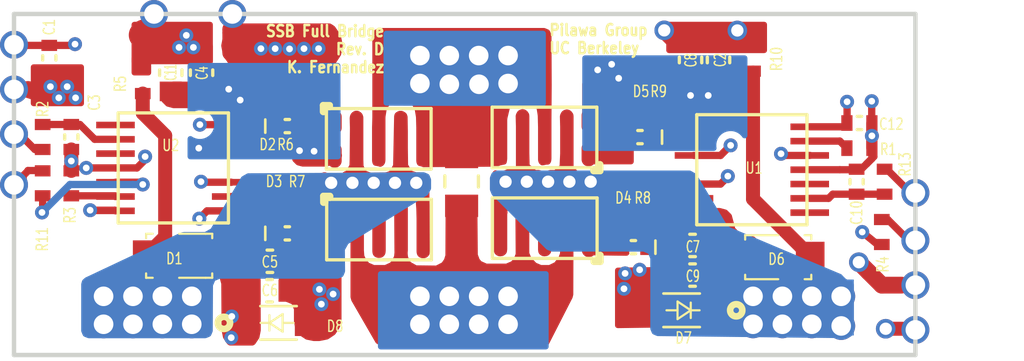
<source format=kicad_pcb>
(kicad_pcb (version 20171130) (host pcbnew "(5.1.9)-1")
  (layers (0 F.Cu signal) (1 In1.Cu signal) (2 In2.Cu signal) (31 B.Cu signal) (34 B.Paste user) (35 F.Paste user) (36 B.SilkS user) (37 F.SilkS user) (38 B.Mask user) (39 F.Mask user) (44 Edge.Cuts user))
  (net 0 "")
  (net 1 /GNDI)
  (net 2 /VDDB1)
  (net 3 "Net-(D1-Pad2)")
  (net 4 /GateB1)
  (net 5 "Net-(D6-Pad2)")
  (net 6 /Vc2Pos)
  (net 7 /CfNeg)
  (net 8 /5V)
  (net 9 /5.5V_Iso)
  (net 10 /LfNeg)
  (net 11 /PWMA1)
  (net 12 /GateA1)
  (net 13 /GateA2)
  (net 14 /VDDA2)
  (net 15 /OutB1)
  (net 16 /OutA1)
  (net 17 /OutA2)
  (net 18 /OutB2)
  (net 19 /Vc2Neg)
  (net 20 /PWM2)
  (net 21 /Enable1)
  (net 22 "Net-(U2-Pad1)")
  (net 23 /In1)
  (net 24 "Net-(U2-Pad3)")
  (net 25 /DT1)
  (net 26 "Net-(U1-Pad3)")
  (net 27 /In2)
  (net 28 "Net-(U1-Pad1)")
  (net 29 /Enable2)
  (net 30 /EnableL2)
  (net 31 /EnableL1)
  (net 32 /DT2)
  (net 33 /GateB2)
  (module user_dc:Si8274 (layer F.Cu) (at 136.68836 97.27004 270)
    (fp_text reference U2 (at 1.475 2.617) (layer F.SilkS) (effects (font (size 0.508 0.381) (thickness 0.0635))))
    (fp_text value Si8274)
    (pad 14 smd rect (at 0.55 -0.125 270) (size 0.3 1.75) (layers F.Cu F.Paste F.Mask) (net 9 /5.5V_Iso))
    (pad 1 smd rect (at 0.55 5.125 270) (size 0.3 1.75) (layers F.Cu F.Paste F.Mask) (net 22 "Net-(U2-Pad1)"))
    (pad 2 smd rect (at 1.2 5.125 270) (size 0.3 1.75) (layers F.Cu F.Paste F.Mask) (net 23 /In1))
    (pad 3 smd rect (at 1.85 5.125 270) (size 0.3 1.75) (layers F.Cu F.Paste F.Mask) (net 24 "Net-(U2-Pad3)"))
    (pad 4 smd rect (at 2.5 5.125 270) (size 0.3 1.75) (layers F.Cu F.Paste F.Mask) (net 1 /GNDI))
    (pad 5 smd rect (at 3.15 5.125 270) (size 0.3 1.75) (layers F.Cu F.Paste F.Mask) (net 21 /Enable1))
    (pad 6 smd rect (at 3.8 5.125 270) (size 0.3 1.75) (layers F.Cu F.Paste F.Mask) (net 25 /DT1))
    (pad 7 smd rect (at 4.45 5.125 270) (size 0.3 1.75) (layers F.Cu F.Paste F.Mask) (net 8 /5V))
    (pad 13 smd rect (at 1.2 -0.125 270) (size 0.3 1.75) (layers F.Cu F.Paste F.Mask) (net 16 /OutA1))
    (pad 12 smd rect (at 1.85 -0.125 270) (size 0.3 1.75) (layers F.Cu F.Paste F.Mask) (net 19 /Vc2Neg))
    (pad 10 smd rect (at 3.15 -0.125 270) (size 0.3 1.75) (layers F.Cu F.Paste F.Mask) (net 2 /VDDB1))
    (pad 9 smd rect (at 3.8 -0.125 270) (size 0.3 1.75) (layers F.Cu F.Paste F.Mask) (net 15 /OutB1))
    (pad 8 smd rect (at 4.45 -0.125 270) (size 0.3 1.75) (layers F.Cu F.Paste F.Mask) (net 10 /LfNeg))
  )
  (module user_dc:Via_24milC (layer F.Cu) (at 148.05556 95.97004)
    (fp_text reference TP2 hide)
    (fp_text value TestPoint)
    (pad 1 thru_hole circle (at 0 0) (size 1.27 1.27) (drill 0.889) (layers *.Cu *.Mask) (net 19 /Vc2Neg))
  )
  (module user_dc:Via_24milC (layer F.Cu) (at 146.70936 95.97004)
    (fp_text reference TP2 hide)
    (fp_text value TestPoint)
    (pad 1 thru_hole circle (at 0 0) (size 1.27 1.27) (drill 0.889) (layers *.Cu *.Mask) (net 19 /Vc2Neg))
  )
  (module calisco-general:C_0603 (layer F.Cu) (at 157.652545 94.866099 270)
    (fp_text reference C8 (at 0.018141 -0.015415 270) (layer F.SilkS) (effects (font (size 0.508 0.3175) (thickness 0.0635))))
    (fp_text value 1uF)
    (pad 1 smd rect (at -0.85 0 270) (size 0.889 1) (layers F.Cu F.Paste F.Mask) (net 9 /5.5V_Iso))
    (pad 2 smd rect (at 0.85 0 270) (size 0.889 1) (layers F.Cu F.Paste F.Mask) (net 19 /Vc2Neg))
  )
  (module calisco-general:C_0603 (layer F.Cu) (at 135.46836 95.44304 270)
    (fp_text reference C4 (at 0.0127 -0.0254 270) (layer F.SilkS) (effects (font (size 0.508 0.3175) (thickness 0.0635))))
    (fp_text value 1uF)
    (pad 2 smd rect (at 0.85 0 270) (size 0.889 1) (layers F.Cu F.Paste F.Mask) (net 19 /Vc2Neg))
    (pad 1 smd rect (at -0.85 0 270) (size 0.889 1) (layers F.Cu F.Paste F.Mask) (net 9 /5.5V_Iso))
  )
  (module calisco-general:C_0603 (layer F.Cu) (at 158.922545 94.866099 270)
    (fp_text reference C2 (at 0.005441 -0.078915 270) (layer F.SilkS) (effects (font (size 0.508 0.3175) (thickness 0.0635))))
    (fp_text value 1uF)
    (pad 1 smd rect (at -0.85 0 270) (size 0.889 1) (layers F.Cu F.Paste F.Mask) (net 9 /5.5V_Iso))
    (pad 2 smd rect (at 0.85 0 270) (size 0.889 1) (layers F.Cu F.Paste F.Mask) (net 19 /Vc2Neg))
  )
  (module calisco-general:C_0603 (layer F.Cu) (at 134.07136 95.44304 270)
    (fp_text reference C11 (at -0.0127 0 270) (layer F.SilkS) (effects (font (size 0.508 0.254) (thickness 0.0635))))
    (fp_text value 1uF)
    (pad 2 smd rect (at 0.85 0 270) (size 0.889 1) (layers F.Cu F.Paste F.Mask) (net 19 /Vc2Neg))
    (pad 1 smd rect (at -0.85 0 270) (size 0.889 1) (layers F.Cu F.Paste F.Mask) (net 9 /5.5V_Iso))
  )
  (module calisco-general:R_0402 (layer F.Cu) (at 128.25936 100.47004 90)
    (fp_text reference R11 (at -2.5422 -0.0173 90) (layer F.SilkS) (effects (font (size 0.508 0.381) (thickness 0.0635))))
    (fp_text value 100k)
    (pad 2 smd rect (at 0.567 0 90) (size 0.508 0.711) (layers F.Cu F.Paste F.Mask) (net 31 /EnableL1))
    (pad 1 smd rect (at -0.567 0 90) (size 0.508 0.711) (layers F.Cu F.Paste F.Mask) (net 21 /Enable1))
  )
  (module calisco-general:R_0402 (layer F.Cu) (at 166.32936 102.68204 270)
    (fp_text reference R4 (at 1.4732 -0.0508 270) (layer F.SilkS) (effects (font (size 0.508 0.381) (thickness 0.0635))))
    (fp_text value 100k)
    (pad 2 smd rect (at 0.567 0 270) (size 0.508 0.711) (layers F.Cu F.Paste F.Mask) (net 29 /Enable2))
    (pad 1 smd rect (at -0.567 0 270) (size 0.508 0.711) (layers F.Cu F.Paste F.Mask) (net 30 /EnableL2))
  )
  (module calisco-general:C_0805 (layer F.Cu) (at 147.26666 100.38334 90)
    (fp_text reference 0.47uF1 hide)
    (fp_text value C)
    (pad 2 smd rect (at 1.109 0 90) (size 1.016 1.5) (layers F.Cu F.Paste F.Mask) (net 19 /Vc2Neg))
    (pad 1 smd rect (at -1.109 0 90) (size 1.016 1.5) (layers F.Cu F.Paste F.Mask) (net 6 /Vc2Pos))
  )
  (module user_dc:SOD-123F (layer F.Cu) (at 138.89736 106.80954)
    (fp_text reference D8 (at 2.6289 0.1524) (layer F.SilkS) (effects (font (size 0.508 0.381) (thickness 0.0635))))
    (fp_text value D_ZENER)
    (pad 2 smd rect (at 1.4 0) (size 1.1938 1.1938) (layers F.Cu F.Paste F.Mask) (net 10 /LfNeg))
    (pad 1 smd rect (at -1.397 0) (size 1.1938 1.1938) (layers F.Cu F.Paste F.Mask) (net 2 /VDDB1))
  )
  (module user_dc:SOD-123F (layer F.Cu) (at 157.31236 106.23804 180)
    (fp_text reference D7 (at -0.0254 -1.2573 180) (layer F.SilkS) (effects (font (size 0.508 0.381) (thickness 0.0635))))
    (fp_text value D_ZENER)
    (pad 2 smd rect (at 1.4 0 180) (size 1.1938 1.1938) (layers F.Cu F.Paste F.Mask) (net 7 /CfNeg))
    (pad 1 smd rect (at -1.397 0 180) (size 1.1938 1.1938) (layers F.Cu F.Paste F.Mask) (net 14 /VDDA2))
  )
  (module user_dc:Si8274 (layer F.Cu) (at 157.93466 102.35184 90)
    (fp_text reference U1 (at 2.5781 2.6035 180) (layer F.SilkS) (effects (font (size 0.508 0.381) (thickness 0.0635))))
    (fp_text value Si8274)
    (pad 14 smd rect (at 0.55 -0.125 90) (size 0.3 1.75) (layers F.Cu F.Paste F.Mask) (net 14 /VDDA2))
    (pad 1 smd rect (at 0.55 5.125 90) (size 0.3 1.75) (layers F.Cu F.Paste F.Mask) (net 28 "Net-(U1-Pad1)"))
    (pad 2 smd rect (at 1.2 5.125 90) (size 0.3 1.75) (layers F.Cu F.Paste F.Mask) (net 27 /In2))
    (pad 3 smd rect (at 1.85 5.125 90) (size 0.3 1.75) (layers F.Cu F.Paste F.Mask) (net 26 "Net-(U1-Pad3)"))
    (pad 4 smd rect (at 2.5 5.125 90) (size 0.3 1.75) (layers F.Cu F.Paste F.Mask) (net 1 /GNDI))
    (pad 5 smd rect (at 3.15 5.125 90) (size 0.3 1.75) (layers F.Cu F.Paste F.Mask) (net 29 /Enable2))
    (pad 6 smd rect (at 3.8 5.125 90) (size 0.3 1.75) (layers F.Cu F.Paste F.Mask) (net 32 /DT2))
    (pad 7 smd rect (at 4.45 5.125 90) (size 0.3 1.75) (layers F.Cu F.Paste F.Mask) (net 8 /5V))
    (pad 13 smd rect (at 1.2 -0.125 90) (size 0.3 1.75) (layers F.Cu F.Paste F.Mask) (net 17 /OutA2))
    (pad 12 smd rect (at 1.85 -0.125 90) (size 0.3 1.75) (layers F.Cu F.Paste F.Mask) (net 7 /CfNeg))
    (pad 10 smd rect (at 3.15 -0.125 90) (size 0.3 1.75) (layers F.Cu F.Paste F.Mask) (net 9 /5.5V_Iso))
    (pad 9 smd rect (at 3.8 -0.125 90) (size 0.3 1.75) (layers F.Cu F.Paste F.Mask) (net 18 /OutB2))
    (pad 8 smd rect (at 4.45 -0.125 90) (size 0.3 1.75) (layers F.Cu F.Paste F.Mask) (net 19 /Vc2Neg))
  )
  (module user_dc:Via_24milC (layer F.Cu) (at 136.86536 92.77604)
    (fp_text reference TP1 hide)
    (fp_text value TestPoint)
    (pad 1 thru_hole circle (at 0 0) (size 1.27 1.27) (drill 0.889) (layers *.Cu *.Mask) (net 19 /Vc2Neg))
  )
  (module user_dc:Pad_Power (layer B.Cu) (at 147.39366 95.14774 270)
    (fp_text reference TP8 hide)
    (fp_text value TestPoint)
    (pad 1 smd rect (at 0.0254 0 270) (size 2.54 5.08) (layers B.Cu B.Paste B.Mask) (net 19 /Vc2Neg))
  )
  (module user_dc:Via_24milC (layer F.Cu) (at 145.37436 95.93514)
    (fp_text reference TP2 hide)
    (fp_text value TestPoint)
    (pad 1 thru_hole circle (at 0 0) (size 1.27 1.27) (drill 0.889) (layers *.Cu *.Mask) (net 19 /Vc2Neg))
  )
  (module user_dc:Via_24milC (layer F.Cu) (at 145.37436 94.66514)
    (fp_text reference TP2 hide)
    (fp_text value TestPoint)
    (pad 1 thru_hole circle (at 0 0) (size 1.27 1.27) (drill 0.889) (layers *.Cu *.Mask) (net 19 /Vc2Neg))
  )
  (module user_dc:Via_24milC (layer F.Cu) (at 149.37486 95.93514)
    (fp_text reference TP2 hide)
    (fp_text value TestPoint)
    (pad 1 thru_hole circle (at 0 0) (size 1.27 1.27) (drill 0.889) (layers *.Cu *.Mask) (net 19 /Vc2Neg))
  )
  (module user_dc:Via_24milC (layer F.Cu) (at 148.04136 94.66514)
    (fp_text reference TP2 hide)
    (fp_text value TestPoint)
    (pad 1 thru_hole circle (at 0 0) (size 1.27 1.27) (drill 0.889) (layers *.Cu *.Mask) (net 19 /Vc2Neg))
  )
  (module user_dc:Via_24milC (layer F.Cu) (at 149.37486 94.66514)
    (fp_text reference TP2 hide)
    (fp_text value TestPoint)
    (pad 1 thru_hole circle (at 0 0) (size 1.27 1.27) (drill 0.889) (layers *.Cu *.Mask) (net 19 /Vc2Neg))
  )
  (module user_dc:Via_24milC (layer F.Cu) (at 146.70786 94.66514)
    (fp_text reference TP2 hide)
    (fp_text value TestPoint)
    (pad 1 thru_hole circle (at 0 0) (size 1.27 1.27) (drill 0.889) (layers *.Cu *.Mask) (net 19 /Vc2Neg))
  )
  (module user_dc:Via_24milC (layer F.Cu) (at 148.04136 106.87304)
    (fp_text reference TP2 hide)
    (fp_text value TestPoint)
    (pad 1 thru_hole circle (at 0 0) (size 1.27 1.27) (drill 0.889) (layers *.Cu *.Mask) (net 6 /Vc2Pos))
  )
  (module user_dc:Via_24milC (layer F.Cu) (at 149.37486 106.87304)
    (fp_text reference TP2 hide)
    (fp_text value TestPoint)
    (pad 1 thru_hole circle (at 0 0) (size 1.27 1.27) (drill 0.889) (layers *.Cu *.Mask) (net 6 /Vc2Pos))
  )
  (module user_dc:Via_24milC (layer F.Cu) (at 135.01116 107.12704)
    (fp_text reference TP2 hide)
    (fp_text value TestPoint)
    (pad 1 thru_hole circle (at 0.0127 -0.254) (size 1.27 1.27) (drill 0.889) (layers *.Cu *.Mask) (net 10 /LfNeg))
  )
  (module user_dc:Via_24milC (layer F.Cu) (at 164.48786 106.94924)
    (fp_text reference TP2 hide)
    (fp_text value TestPoint)
    (pad 1 thru_hole circle (at 0 0) (size 1.27 1.27) (drill 0.889) (layers *.Cu *.Mask) (net 7 /CfNeg))
  )
  (module user_dc:Via_24milC (layer F.Cu) (at 163.15436 106.87304)
    (fp_text reference TP2 hide)
    (fp_text value TestPoint)
    (pad 1 thru_hole circle (at 0 0) (size 1.27 1.27) (drill 0.889) (layers *.Cu *.Mask) (net 7 /CfNeg))
  )
  (module user_dc:Via_24milC (layer F.Cu) (at 160.48736 105.60304)
    (fp_text reference TP2 hide)
    (fp_text value TestPoint)
    (pad 1 thru_hole circle (at 0 0) (size 1.27 1.27) (drill 0.889) (layers *.Cu *.Mask) (net 7 /CfNeg))
  )
  (module user_dc:Via_24milC (layer F.Cu) (at 160.48736 106.87304)
    (fp_text reference TP2 hide)
    (fp_text value TestPoint)
    (pad 1 thru_hole circle (at 0 0) (size 1.27 1.27) (drill 0.889) (layers *.Cu *.Mask) (net 7 /CfNeg))
  )
  (module user_dc:Via_24milC (layer F.Cu) (at 163.15436 105.60304)
    (fp_text reference TP2 hide)
    (fp_text value TestPoint)
    (pad 1 thru_hole circle (at 0 0) (size 1.27 1.27) (drill 0.889) (layers *.Cu *.Mask) (net 7 /CfNeg))
  )
  (module user_dc:Via_24milC (layer F.Cu) (at 161.82086 105.60304)
    (fp_text reference TP2 hide)
    (fp_text value TestPoint)
    (pad 1 thru_hole circle (at 0 0) (size 1.27 1.27) (drill 0.889) (layers *.Cu *.Mask) (net 7 /CfNeg))
  )
  (module user_dc:Via_24milC (layer F.Cu) (at 161.82086 106.87304)
    (fp_text reference TP2 hide)
    (fp_text value TestPoint)
    (pad 1 thru_hole circle (at 0 0) (size 1.27 1.27) (drill 0.889) (layers *.Cu *.Mask) (net 7 /CfNeg))
  )
  (module user_dc:Via_24milC (layer F.Cu) (at 164.48786 105.60304)
    (fp_text reference TP2 hide)
    (fp_text value TestPoint)
    (pad 1 thru_hole circle (at 0 0) (size 1.27 1.27) (drill 0.889) (layers *.Cu *.Mask) (net 7 /CfNeg))
  )
  (module user_dc:Via_24milC (layer F.Cu) (at 170.26636 98.23704 270)
    (fp_text reference TP11 hide)
    (fp_text value TestPoint)
    (pad 1 thru_hole circle (at 2.667 2.413 270) (size 1.27 1.27) (drill 0.889) (layers *.Cu *.Mask) (net 20 /PWM2))
  )
  (module user_dc:Via_24milC (layer F.Cu) (at 146.70786 106.87304)
    (fp_text reference TP2 hide)
    (fp_text value TestPoint)
    (pad 1 thru_hole circle (at 0 0) (size 1.27 1.27) (drill 0.889) (layers *.Cu *.Mask) (net 6 /Vc2Pos))
  )
  (module user_dc:Via_24milC (layer F.Cu) (at 145.37436 106.87304)
    (fp_text reference TP2 hide)
    (fp_text value TestPoint)
    (pad 1 thru_hole circle (at 0 0) (size 1.27 1.27) (drill 0.889) (layers *.Cu *.Mask) (net 6 /Vc2Pos))
  )
  (module user_dc:Via_24milC (layer F.Cu) (at 149.37486 105.60304)
    (fp_text reference TP2 hide)
    (fp_text value TestPoint)
    (pad 1 thru_hole circle (at 0 0) (size 1.27 1.27) (drill 0.889) (layers *.Cu *.Mask) (net 6 /Vc2Pos))
  )
  (module user_dc:Via_24milC (layer F.Cu) (at 148.04136 105.60304)
    (fp_text reference TP2 hide)
    (fp_text value TestPoint)
    (pad 1 thru_hole circle (at 0 0) (size 1.27 1.27) (drill 0.889) (layers *.Cu *.Mask) (net 6 /Vc2Pos))
  )
  (module user_dc:Via_24milC (layer F.Cu) (at 146.70786 105.60304 90)
    (fp_text reference TP2 hide)
    (fp_text value TestPoint)
    (pad 1 thru_hole circle (at 0 0 90) (size 1.27 1.27) (drill 0.889) (layers *.Cu *.Mask) (net 6 /Vc2Pos))
  )
  (module user_dc:Via_24milC (layer F.Cu) (at 145.37436 105.60304)
    (fp_text reference TP2 hide)
    (fp_text value TestPoint)
    (pad 1 thru_hole circle (at 0 0) (size 1.27 1.27) (drill 0.889) (layers *.Cu *.Mask) (net 6 /Vc2Pos))
  )
  (module user_dc:Via_24milC (layer F.Cu) (at 133.69036 105.60304)
    (fp_text reference TP2 hide)
    (fp_text value TestPoint)
    (pad 1 thru_hole circle (at 0 0) (size 1.27 1.27) (drill 0.889) (layers *.Cu *.Mask) (net 10 /LfNeg))
  )
  (module user_dc:Via_24milC (layer F.Cu) (at 132.35686 105.60304)
    (fp_text reference TP2 hide)
    (fp_text value TestPoint)
    (pad 1 thru_hole circle (at 0 0) (size 1.27 1.27) (drill 0.889) (layers *.Cu *.Mask) (net 10 /LfNeg))
  )
  (module user_dc:Via_24milC (layer F.Cu) (at 134.96036 105.60304)
    (fp_text reference TP2 hide)
    (fp_text value TestPoint)
    (pad 1 thru_hole circle (at 0.0635 0) (size 1.27 1.27) (drill 0.889) (layers *.Cu *.Mask) (net 10 /LfNeg))
  )
  (module user_dc:Via_24milC (layer F.Cu) (at 133.69036 106.87304)
    (fp_text reference TP2 hide)
    (fp_text value TestPoint)
    (pad 1 thru_hole circle (at 0 0) (size 1.27 1.27) (drill 0.889) (layers *.Cu *.Mask) (net 10 /LfNeg))
  )
  (module user_dc:Via_24milC (layer F.Cu) (at 132.35686 106.87304)
    (fp_text reference TP2 hide)
    (fp_text value TestPoint)
    (pad 1 thru_hole circle (at 0 0) (size 1.27 1.27) (drill 0.889) (layers *.Cu *.Mask) (net 10 /LfNeg))
  )
  (module user_dc:Via_24milC (layer F.Cu) (at 131.02336 105.60304)
    (fp_text reference TP2 hide)
    (fp_text value TestPoint)
    (pad 1 thru_hole circle (at 0 0) (size 1.27 1.27) (drill 0.889) (layers *.Cu *.Mask) (net 10 /LfNeg))
  )
  (module user_dc:Via_24milC (layer F.Cu) (at 131.02336 106.87304)
    (fp_text reference TP2 hide)
    (fp_text value TestPoint)
    (pad 1 thru_hole circle (at 0 0) (size 1.27 1.27) (drill 0.889) (layers *.Cu *.Mask) (net 10 /LfNeg))
  )
  (module user_dc:Pad_Power (layer B.Cu) (at 133.30936 106.11104 270)
    (fp_text reference TP12 hide)
    (fp_text value TestPoint)
    (pad 1 smd rect (at 0 0 270) (size 2.54 5.08) (layers B.Cu B.Paste B.Mask) (net 10 /LfNeg))
  )
  (module user_dc:Pad_Power (layer B.Cu) (at 162.01136 105.60304 90)
    (fp_text reference TP13 hide)
    (fp_text value TestPoint)
    (pad 1 smd rect (at -0.508 0.508 90) (size 2.54 5.08) (layers B.Cu B.Paste B.Mask) (net 7 /CfNeg))
  )
  (module user_dc:Via_24milC (layer F.Cu) (at 133.30936 92.77604)
    (fp_text reference TP15 hide)
    (fp_text value TestPoint)
    (pad 1 thru_hole circle (at 0 0) (size 1.27 1.27) (drill 0.889) (layers *.Cu *.Mask) (net 9 /5.5V_Iso))
  )
  (module user_dc:Via_24milC (layer F.Cu) (at 126.95936 93.66504)
    (fp_text reference TP17 hide)
    (fp_text value TestPoint)
    (pad 1 thru_hole circle (at 0 0.508) (size 1.27 1.27) (drill 0.889) (layers *.Cu *.Mask) (net 8 /5V))
  )
  (module user_dc:Via_24milC (layer F.Cu) (at 167.85336 105.09504 270)
    (fp_text reference TP5 hide)
    (fp_text value TestPoint)
    (pad 1 thru_hole circle (at 0 0 270) (size 1.27 1.27) (drill 0.889) (layers *.Cu *.Mask) (net 1 /GNDI))
  )
  (module user_dc:Via_24milC (layer F.Cu) (at 172.55236 99.95154 270)
    (fp_text reference TP9 hide)
    (fp_text value TestPoint)
    (pad 1 thru_hole circle (at 3.1115 4.699 270) (size 1.27 1.27) (drill 0.889) (layers *.Cu *.Mask) (net 30 /EnableL2))
  )
  (module user_dc:Via_24milC (layer F.Cu) (at 126.95936 100.53904 270)
    (fp_text reference TP6 hide)
    (fp_text value TestPoint)
    (pad 1 thru_hole circle (at 0 0 270) (size 1.27 1.27) (drill 0.889) (layers *.Cu *.Mask) (net 31 /EnableL1))
  )
  (module user_dc:Via_24milC (layer F.Cu) (at 167.85336 107.12704 270)
    (fp_text reference TP4 hide)
    (fp_text value TestPoint)
    (pad 1 thru_hole circle (at 0 0 270) (size 1.27 1.27) (drill 0.889) (layers *.Cu *.Mask) (net 8 /5V))
  )
  (module user_dc:Via_24milC (layer F.Cu) (at 126.95936 105.34904 270)
    (fp_text reference TP3 hide)
    (fp_text value TestPoint)
    (pad 1 thru_hole circle (at -9.144 0 270) (size 1.27 1.27) (drill 0.889) (layers *.Cu *.Mask) (net 1 /GNDI))
  )
  (module user_dc:Via_24milC (layer F.Cu) (at 126.95936 98.23704)
    (fp_text reference TP2 hide)
    (fp_text value TestPoint)
    (pad 1 thru_hole circle (at 0 0) (size 1.27 1.27) (drill 0.889) (layers *.Cu *.Mask) (net 11 /PWMA1))
  )
  (module calisco-general:C_0402 (layer F.Cu) (at 128.55936 94.77004 270)
    (fp_text reference C1 (at -1.397 0 270) (layer F.SilkS) (effects (font (size 0.508 0.381) (thickness 0.0635))))
    (fp_text value 1uF)
    (pad 2 smd rect (at 0.567 0 270) (size 0.508 0.711) (layers F.Cu F.Paste F.Mask) (net 1 /GNDI))
    (pad 1 smd rect (at -0.567 0 270) (size 0.508 0.711) (layers F.Cu F.Paste F.Mask) (net 8 /5V))
  )
  (module calisco-general:C_0402 (layer F.Cu) (at 129.55936 98.36404 270)
    (fp_text reference C3 (at -1.5621 -1.0449 90) (layer F.SilkS) (effects (font (size 0.508 0.381) (thickness 0.0635))))
    (fp_text value 100pF)
    (pad 1 smd rect (at -0.567 0 270) (size 0.508 0.711) (layers F.Cu F.Paste F.Mask) (net 23 /In1))
    (pad 2 smd rect (at 0.567 0 270) (size 0.508 0.711) (layers F.Cu F.Paste F.Mask) (net 1 /GNDI))
  )
  (module calisco-general:C_0603 (layer F.Cu) (at 138.568921 104.010794)
    (fp_text reference C5 (at -0.001761 0.030146) (layer F.SilkS) (effects (font (size 0.508 0.381) (thickness 0.0635))))
    (fp_text value 20uF)
    (pad 2 smd rect (at 0.85 0) (size 0.889 1) (layers F.Cu F.Paste F.Mask) (net 10 /LfNeg))
    (pad 1 smd rect (at -0.85 0) (size 0.889 1) (layers F.Cu F.Paste F.Mask) (net 2 /VDDB1))
  )
  (module calisco-general:C_0603 (layer F.Cu) (at 138.555053 105.34904)
    (fp_text reference C6 (at 0.012107 -0.0127) (layer F.SilkS) (effects (font (size 0.508 0.381) (thickness 0.0635))))
    (fp_text value 20uF)
    (pad 2 smd rect (at 0.85 0) (size 0.889 1) (layers F.Cu F.Paste F.Mask) (net 10 /LfNeg))
    (pad 1 smd rect (at -0.85 0) (size 0.889 1) (layers F.Cu F.Paste F.Mask) (net 2 /VDDB1))
  )
  (module calisco-general:C_0603 (layer F.Cu) (at 157.74416 103.29164 180)
    (fp_text reference C7 (at -0.0127 -0.0635 180) (layer F.SilkS) (effects (font (size 0.508 0.3175) (thickness 0.0635))))
    (fp_text value 4.7uF)
    (pad 2 smd rect (at 0.85 0 180) (size 0.889 1) (layers F.Cu F.Paste F.Mask) (net 7 /CfNeg))
    (pad 1 smd rect (at -0.85 0 180) (size 0.889 1) (layers F.Cu F.Paste F.Mask) (net 14 /VDDA2))
  )
  (module calisco-general:C_0603 (layer F.Cu) (at 157.74416 104.63784 180)
    (fp_text reference C9 (at -0.0127 -0.0508 180) (layer F.SilkS) (effects (font (size 0.508 0.3175) (thickness 0.0635))))
    (fp_text value 4.7uF)
    (pad 2 smd rect (at 0.85 0 180) (size 0.889 1) (layers F.Cu F.Paste F.Mask) (net 7 /CfNeg))
    (pad 1 smd rect (at -0.85 0 180) (size 0.889 1) (layers F.Cu F.Paste F.Mask) (net 14 /VDDA2))
  )
  (module calisco-general:C_0402 (layer F.Cu) (at 165.18636 100.39604 90)
    (fp_text reference C10 (at -1.4097 0 90) (layer F.SilkS) (effects (font (size 0.508 0.381) (thickness 0.0635))))
    (fp_text value 100pF)
    (pad 2 smd rect (at 0.567 0 90) (size 0.508 0.711) (layers F.Cu F.Paste F.Mask) (net 1 /GNDI))
    (pad 1 smd rect (at -0.567 0 90) (size 0.508 0.711) (layers F.Cu F.Paste F.Mask) (net 27 /In2))
  )
  (module calisco-general:C_0402 (layer F.Cu) (at 165.31336 97.72904)
    (fp_text reference C12 (at 1.4478 0.0508) (layer F.SilkS) (effects (font (size 0.508 0.381) (thickness 0.0635))))
    (fp_text value 1uF)
    (pad 2 smd rect (at 0.567 0) (size 0.508 0.711) (layers F.Cu F.Paste F.Mask) (net 1 /GNDI))
    (pad 1 smd rect (at -0.567 0) (size 0.508 0.711) (layers F.Cu F.Paste F.Mask) (net 8 /5V))
  )
  (module calisco-general:D_0402 (layer F.Cu) (at 139.35936 97.87004)
    (fp_text reference D2 (at -0.8938 0.8369) (layer F.SilkS) (effects (font (size 0.508 0.381) (thickness 0.0635))))
    (fp_text value D_Schottky)
    (pad 2 smd rect (at 0.567 0) (size 0.508 0.711) (layers F.Cu F.Paste F.Mask) (net 12 /GateA1))
    (pad 1 smd rect (at -0.567 0) (size 0.508 0.711) (layers F.Cu F.Paste F.Mask) (net 16 /OutA1))
  )
  (module calisco-general:D_0402 (layer F.Cu) (at 139.35936 102.74304)
    (fp_text reference D3 (at -0.6017 -2.3597) (layer F.SilkS) (effects (font (size 0.508 0.381) (thickness 0.0635))))
    (fp_text value D_Schottky)
    (pad 2 smd rect (at 0.567 0) (size 0.508 0.711) (layers F.Cu F.Paste F.Mask) (net 4 /GateB1))
    (pad 1 smd rect (at -0.567 0) (size 0.508 0.711) (layers F.Cu F.Paste F.Mask) (net 15 /OutB1))
  )
  (module calisco-general:D_0402 (layer F.Cu) (at 155.05936 103.37004 180)
    (fp_text reference D4 (at 0.4521 2.2374 180) (layer F.SilkS) (effects (font (size 0.508 0.381) (thickness 0.0635))))
    (fp_text value D_Schottky)
    (pad 2 smd rect (at 0.567 0 180) (size 0.508 0.711) (layers F.Cu F.Paste F.Mask) (net 13 /GateA2))
    (pad 1 smd rect (at -0.567 0 180) (size 0.508 0.711) (layers F.Cu F.Paste F.Mask) (net 17 /OutA2))
  )
  (module calisco-general:D_0402 (layer F.Cu) (at 155.35936 98.37004 180)
    (fp_text reference D5 (at -0.048 2.0761 180) (layer F.SilkS) (effects (font (size 0.508 0.381) (thickness 0.0635))))
    (fp_text value D_Schottky)
    (pad 2 smd rect (at 0.567 0 180) (size 0.508 0.711) (layers F.Cu F.Paste F.Mask) (net 33 /GateB2))
    (pad 1 smd rect (at -0.567 0 180) (size 0.508 0.711) (layers F.Cu F.Paste F.Mask) (net 18 /OutB2))
  )
  (module user_dc:EPC_EPC203x_BGA-24 (layer F.Cu) (at 143.520553 102.569998)
    (fp_text reference Q1 hide)
    (fp_text value NFET_EPC2)
    (pad S smd circle (at 2 1) (size 0.4 0.4) (layers F.Cu F.Paste F.Mask) (net 10 /LfNeg))
    (pad D smd circle (at 1 1) (size 0.4 0.4) (layers F.Cu F.Paste F.Mask) (net 6 /Vc2Pos))
    (pad S smd circle (at 0 1) (size 0.4 0.4) (layers F.Cu F.Paste F.Mask) (net 10 /LfNeg))
    (pad D smd circle (at -1 1) (size 0.4 0.4) (layers F.Cu F.Paste F.Mask) (net 6 /Vc2Pos))
    (pad S smd circle (at -2 1) (size 0.4 0.4) (layers F.Cu F.Paste F.Mask) (net 10 /LfNeg))
    (pad S smd circle (at 2 0.5) (size 0.4 0.4) (layers F.Cu F.Paste F.Mask) (net 10 /LfNeg))
    (pad D smd circle (at 1 0.5) (size 0.4 0.4) (layers F.Cu F.Paste F.Mask) (net 6 /Vc2Pos))
    (pad S smd circle (at 0 0.5) (size 0.4 0.4) (layers F.Cu F.Paste F.Mask) (net 10 /LfNeg))
    (pad D smd circle (at -1 0.5) (size 0.4 0.4) (layers F.Cu F.Paste F.Mask) (net 6 /Vc2Pos))
    (pad S smd circle (at -2 0.5) (size 0.4 0.4) (layers F.Cu F.Paste F.Mask) (net 10 /LfNeg))
    (pad S smd circle (at 2 0) (size 0.4 0.4) (layers F.Cu F.Paste F.Mask) (net 10 /LfNeg))
    (pad D smd circle (at 1 0) (size 0.4 0.4) (layers F.Cu F.Paste F.Mask) (net 6 /Vc2Pos))
    (pad S2 smd circle (at 0 0) (size 0.4 0.4) (layers F.Cu F.Paste F.Mask) (net 10 /LfNeg))
    (pad D smd circle (at -1 0) (size 0.4 0.4) (layers F.Cu F.Paste F.Mask) (net 6 /Vc2Pos))
    (pad S smd circle (at 2 -0.5) (size 0.4 0.4) (layers F.Cu F.Paste F.Mask) (net 10 /LfNeg))
    (pad D smd circle (at 1 -0.5) (size 0.4 0.4) (layers F.Cu F.Paste F.Mask) (net 6 /Vc2Pos))
    (pad S smd circle (at 0 -0.5) (size 0.4 0.4) (layers F.Cu F.Paste F.Mask) (net 10 /LfNeg))
    (pad D smd circle (at -1 -0.5) (size 0.4 0.4) (layers F.Cu F.Paste F.Mask) (net 6 /Vc2Pos))
    (pad G smd circle (at -2 -0.5) (size 0.4 0.4) (layers F.Cu F.Paste F.Mask) (net 4 /GateB1))
    (pad S smd circle (at 2 -1) (size 0.4 0.4) (layers F.Cu F.Paste F.Mask) (net 10 /LfNeg))
    (pad D smd circle (at 1 -1) (size 0.4 0.4) (layers F.Cu F.Paste F.Mask) (net 6 /Vc2Pos))
    (pad S smd circle (at 0 -1) (size 0.4 0.4) (layers F.Cu F.Paste F.Mask) (net 10 /LfNeg))
    (pad D smd circle (at -1 -1) (size 0.4 0.4) (layers F.Cu F.Paste F.Mask) (net 6 /Vc2Pos))
    (pad G smd circle (at -2 -1) (size 0.4 0.4) (layers F.Cu F.Paste F.Mask) (net 4 /GateB1))
  )
  (module user_dc:EPC_EPC203x_BGA-24 (layer F.Cu) (at 143.507853 98.447698)
    (fp_text reference Q2 hide)
    (fp_text value NFET_EPC2)
    (pad S smd circle (at 2 1) (size 0.4 0.4) (layers F.Cu F.Paste F.Mask) (net 19 /Vc2Neg))
    (pad D smd circle (at 1 1) (size 0.4 0.4) (layers F.Cu F.Paste F.Mask) (net 10 /LfNeg))
    (pad S smd circle (at 0 1) (size 0.4 0.4) (layers F.Cu F.Paste F.Mask) (net 19 /Vc2Neg))
    (pad D smd circle (at -1 1) (size 0.4 0.4) (layers F.Cu F.Paste F.Mask) (net 10 /LfNeg))
    (pad S smd circle (at -2 1) (size 0.4 0.4) (layers F.Cu F.Paste F.Mask) (net 19 /Vc2Neg))
    (pad S smd circle (at 2 0.5) (size 0.4 0.4) (layers F.Cu F.Paste F.Mask) (net 19 /Vc2Neg))
    (pad D smd circle (at 1 0.5) (size 0.4 0.4) (layers F.Cu F.Paste F.Mask) (net 10 /LfNeg))
    (pad S smd circle (at 0 0.5) (size 0.4 0.4) (layers F.Cu F.Paste F.Mask) (net 19 /Vc2Neg))
    (pad D smd circle (at -1 0.5) (size 0.4 0.4) (layers F.Cu F.Paste F.Mask) (net 10 /LfNeg))
    (pad S smd circle (at -2 0.5) (size 0.4 0.4) (layers F.Cu F.Paste F.Mask) (net 19 /Vc2Neg))
    (pad S smd circle (at 2 0) (size 0.4 0.4) (layers F.Cu F.Paste F.Mask) (net 19 /Vc2Neg))
    (pad D smd circle (at 1 0) (size 0.4 0.4) (layers F.Cu F.Paste F.Mask) (net 10 /LfNeg))
    (pad S2 smd circle (at 0 0) (size 0.4 0.4) (layers F.Cu F.Paste F.Mask) (net 19 /Vc2Neg))
    (pad D smd circle (at -1 0) (size 0.4 0.4) (layers F.Cu F.Paste F.Mask) (net 10 /LfNeg))
    (pad S smd circle (at 2 -0.5) (size 0.4 0.4) (layers F.Cu F.Paste F.Mask) (net 19 /Vc2Neg))
    (pad D smd circle (at 1 -0.5) (size 0.4 0.4) (layers F.Cu F.Paste F.Mask) (net 10 /LfNeg))
    (pad S smd circle (at 0 -0.5) (size 0.4 0.4) (layers F.Cu F.Paste F.Mask) (net 19 /Vc2Neg))
    (pad D smd circle (at -1 -0.5) (size 0.4 0.4) (layers F.Cu F.Paste F.Mask) (net 10 /LfNeg))
    (pad G smd circle (at -2 -0.5) (size 0.4 0.4) (layers F.Cu F.Paste F.Mask) (net 12 /GateA1))
    (pad S smd circle (at 2 -1) (size 0.4 0.4) (layers F.Cu F.Paste F.Mask) (net 19 /Vc2Neg))
    (pad D smd circle (at 1 -1) (size 0.4 0.4) (layers F.Cu F.Paste F.Mask) (net 10 /LfNeg))
    (pad S smd circle (at 0 -1) (size 0.4 0.4) (layers F.Cu F.Paste F.Mask) (net 19 /Vc2Neg))
    (pad D smd circle (at -1 -1) (size 0.4 0.4) (layers F.Cu F.Paste F.Mask) (net 10 /LfNeg))
    (pad G smd circle (at -2 -1) (size 0.4 0.4) (layers F.Cu F.Paste F.Mask) (net 12 /GateA1))
  )
  (module user_dc:EPC_EPC203x_BGA-24 (layer F.Cu) (at 151.03856 102.506498 180)
    (fp_text reference Q3 hide)
    (fp_text value NFET_EPC2)
    (pad S smd circle (at 2 1 180) (size 0.4 0.4) (layers F.Cu F.Paste F.Mask) (net 7 /CfNeg))
    (pad D smd circle (at 1 1 180) (size 0.4 0.4) (layers F.Cu F.Paste F.Mask) (net 6 /Vc2Pos))
    (pad S smd circle (at 0 1 180) (size 0.4 0.4) (layers F.Cu F.Paste F.Mask) (net 7 /CfNeg))
    (pad D smd circle (at -1 1 180) (size 0.4 0.4) (layers F.Cu F.Paste F.Mask) (net 6 /Vc2Pos))
    (pad S smd circle (at -2 1 180) (size 0.4 0.4) (layers F.Cu F.Paste F.Mask) (net 7 /CfNeg))
    (pad S smd circle (at 2 0.5 180) (size 0.4 0.4) (layers F.Cu F.Paste F.Mask) (net 7 /CfNeg))
    (pad D smd circle (at 1 0.5 180) (size 0.4 0.4) (layers F.Cu F.Paste F.Mask) (net 6 /Vc2Pos))
    (pad S smd circle (at 0 0.5 180) (size 0.4 0.4) (layers F.Cu F.Paste F.Mask) (net 7 /CfNeg))
    (pad D smd circle (at -1 0.5 180) (size 0.4 0.4) (layers F.Cu F.Paste F.Mask) (net 6 /Vc2Pos))
    (pad S smd circle (at -2 0.5 180) (size 0.4 0.4) (layers F.Cu F.Paste F.Mask) (net 7 /CfNeg))
    (pad S smd circle (at 2 0 180) (size 0.4 0.4) (layers F.Cu F.Paste F.Mask) (net 7 /CfNeg))
    (pad D smd circle (at 1 0 180) (size 0.4 0.4) (layers F.Cu F.Paste F.Mask) (net 6 /Vc2Pos))
    (pad S2 smd circle (at 0 0 180) (size 0.4 0.4) (layers F.Cu F.Paste F.Mask) (net 7 /CfNeg))
    (pad D smd circle (at -1 0 180) (size 0.4 0.4) (layers F.Cu F.Paste F.Mask) (net 6 /Vc2Pos))
    (pad S smd circle (at 2 -0.5 180) (size 0.4 0.4) (layers F.Cu F.Paste F.Mask) (net 7 /CfNeg))
    (pad D smd circle (at 1 -0.5 180) (size 0.4 0.4) (layers F.Cu F.Paste F.Mask) (net 6 /Vc2Pos))
    (pad S smd circle (at 0 -0.5 180) (size 0.4 0.4) (layers F.Cu F.Paste F.Mask) (net 7 /CfNeg))
    (pad D smd circle (at -1 -0.5 180) (size 0.4 0.4) (layers F.Cu F.Paste F.Mask) (net 6 /Vc2Pos))
    (pad G smd circle (at -2 -0.5 180) (size 0.4 0.4) (layers F.Cu F.Paste F.Mask) (net 13 /GateA2))
    (pad S smd circle (at 2 -1 180) (size 0.4 0.4) (layers F.Cu F.Paste F.Mask) (net 7 /CfNeg))
    (pad D smd circle (at 1 -1 180) (size 0.4 0.4) (layers F.Cu F.Paste F.Mask) (net 6 /Vc2Pos))
    (pad S smd circle (at 0 -1 180) (size 0.4 0.4) (layers F.Cu F.Paste F.Mask) (net 7 /CfNeg))
    (pad D smd circle (at -1 -1 180) (size 0.4 0.4) (layers F.Cu F.Paste F.Mask) (net 6 /Vc2Pos))
    (pad G smd circle (at -2 -1 180) (size 0.4 0.4) (layers F.Cu F.Paste F.Mask) (net 13 /GateA2))
  )
  (module user_dc:EPC_EPC203x_BGA-24 (layer F.Cu) (at 151.027153 98.384198 180)
    (fp_text reference Q4 hide)
    (fp_text value NFET_EPC2)
    (pad S smd circle (at 2 1 180) (size 0.4 0.4) (layers F.Cu F.Paste F.Mask) (net 19 /Vc2Neg))
    (pad D smd circle (at 1 1 180) (size 0.4 0.4) (layers F.Cu F.Paste F.Mask) (net 7 /CfNeg))
    (pad S smd circle (at 0 1 180) (size 0.4 0.4) (layers F.Cu F.Paste F.Mask) (net 19 /Vc2Neg))
    (pad D smd circle (at -1 1 180) (size 0.4 0.4) (layers F.Cu F.Paste F.Mask) (net 7 /CfNeg))
    (pad S smd circle (at -2 1 180) (size 0.4 0.4) (layers F.Cu F.Paste F.Mask) (net 19 /Vc2Neg))
    (pad S smd circle (at 2 0.5 180) (size 0.4 0.4) (layers F.Cu F.Paste F.Mask) (net 19 /Vc2Neg))
    (pad D smd circle (at 1 0.5 180) (size 0.4 0.4) (layers F.Cu F.Paste F.Mask) (net 7 /CfNeg))
    (pad S smd circle (at 0 0.5 180) (size 0.4 0.4) (layers F.Cu F.Paste F.Mask) (net 19 /Vc2Neg))
    (pad D smd circle (at -1 0.5 180) (size 0.4 0.4) (layers F.Cu F.Paste F.Mask) (net 7 /CfNeg))
    (pad S smd circle (at -2 0.5 180) (size 0.4 0.4) (layers F.Cu F.Paste F.Mask) (net 19 /Vc2Neg))
    (pad S smd circle (at 2 0 180) (size 0.4 0.4) (layers F.Cu F.Paste F.Mask) (net 19 /Vc2Neg))
    (pad D smd circle (at 1 0 180) (size 0.4 0.4) (layers F.Cu F.Paste F.Mask) (net 7 /CfNeg))
    (pad S2 smd circle (at 0 0 180) (size 0.4 0.4) (layers F.Cu F.Paste F.Mask) (net 19 /Vc2Neg))
    (pad D smd circle (at -1 0 180) (size 0.4 0.4) (layers F.Cu F.Paste F.Mask) (net 7 /CfNeg))
    (pad S smd circle (at 2 -0.5 180) (size 0.4 0.4) (layers F.Cu F.Paste F.Mask) (net 19 /Vc2Neg))
    (pad D smd circle (at 1 -0.5 180) (size 0.4 0.4) (layers F.Cu F.Paste F.Mask) (net 7 /CfNeg))
    (pad S smd circle (at 0 -0.5 180) (size 0.4 0.4) (layers F.Cu F.Paste F.Mask) (net 19 /Vc2Neg))
    (pad D smd circle (at -1 -0.5 180) (size 0.4 0.4) (layers F.Cu F.Paste F.Mask) (net 7 /CfNeg))
    (pad G smd circle (at -2 -0.5 180) (size 0.4 0.4) (layers F.Cu F.Paste F.Mask) (net 33 /GateB2))
    (pad S smd circle (at 2 -1 180) (size 0.4 0.4) (layers F.Cu F.Paste F.Mask) (net 19 /Vc2Neg))
    (pad D smd circle (at 1 -1 180) (size 0.4 0.4) (layers F.Cu F.Paste F.Mask) (net 7 /CfNeg))
    (pad S smd circle (at 0 -1 180) (size 0.4 0.4) (layers F.Cu F.Paste F.Mask) (net 19 /Vc2Neg))
    (pad D smd circle (at -1 -1 180) (size 0.4 0.4) (layers F.Cu F.Paste F.Mask) (net 7 /CfNeg))
    (pad G smd circle (at -2 -1 180) (size 0.4 0.4) (layers F.Cu F.Paste F.Mask) (net 33 /GateB2))
  )
  (module calisco-general:R_0402 (layer F.Cu) (at 165.31336 98.87204)
    (fp_text reference R1 (at 1.3081 0.0508) (layer F.SilkS) (effects (font (size 0.508 0.381) (thickness 0.0635))))
    (fp_text value 35.7k)
    (pad 2 smd rect (at 0.567 0) (size 0.508 0.711) (layers F.Cu F.Paste F.Mask) (net 1 /GNDI))
    (pad 1 smd rect (at -0.567 0) (size 0.508 0.711) (layers F.Cu F.Paste F.Mask) (net 32 /DT2))
  )
  (module calisco-general:R_0402 (layer F.Cu) (at 128.25936 98.36404 90)
    (fp_text reference R2 (at 1.27 0 90) (layer F.SilkS) (effects (font (size 0.508 0.381) (thickness 0.0635))))
    (fp_text value 150)
    (pad 1 smd rect (at -0.567 0 90) (size 0.508 0.711) (layers F.Cu F.Paste F.Mask) (net 11 /PWMA1))
    (pad 2 smd rect (at 0.567 0 90) (size 0.508 0.711) (layers F.Cu F.Paste F.Mask) (net 23 /In1))
  )
  (module calisco-general:R_0402 (layer F.Cu) (at 129.55936 100.47004 270)
    (fp_text reference R3 (at 1.45 0.06 270) (layer F.SilkS) (effects (font (size 0.508 0.381) (thickness 0.0635))))
    (fp_text value 35.7k)
    (pad 1 smd rect (at -0.567 0 270) (size 0.508 0.711) (layers F.Cu F.Paste F.Mask) (net 1 /GNDI))
    (pad 2 smd rect (at 0.567 0 270) (size 0.508 0.711) (layers F.Cu F.Paste F.Mask) (net 25 /DT1))
  )
  (module calisco-general:R_0402 (layer F.Cu) (at 132.80136 95.82404 90)
    (fp_text reference R5 (at -0.127 -1.016 90) (layer F.SilkS) (effects (font (size 0.508 0.381) (thickness 0.0635))))
    (fp_text value 50m)
    (pad 2 smd rect (at 0.567 0 90) (size 0.508 0.711) (layers F.Cu F.Paste F.Mask) (net 9 /5.5V_Iso))
    (pad 1 smd rect (at -0.567 0 90) (size 0.508 0.711) (layers F.Cu F.Paste F.Mask) (net 3 "Net-(D1-Pad2)"))
  )
  (module calisco-general:R_0402 (layer F.Cu) (at 139.35936 96.47004 180)
    (fp_text reference R6 (at 0.081 -2.2369 180) (layer F.SilkS) (effects (font (size 0.508 0.381) (thickness 0.0635))))
    (fp_text value 22)
    (pad 2 smd rect (at 0.567 0 180) (size 0.508 0.711) (layers F.Cu F.Paste F.Mask) (net 16 /OutA1))
    (pad 1 smd rect (at -0.567 0 180) (size 0.508 0.711) (layers F.Cu F.Paste F.Mask) (net 12 /GateA1))
  )
  (module calisco-general:R_0402 (layer F.Cu) (at 139.35936 101.34304 180)
    (fp_text reference R7 (at -0.4397 0.951458 180) (layer F.SilkS) (effects (font (size 0.508 0.381) (thickness 0.0635))))
    (fp_text value 22)
    (pad 2 smd rect (at 0.567 0 180) (size 0.508 0.711) (layers F.Cu F.Paste F.Mask) (net 15 /OutB1))
    (pad 1 smd rect (at -0.567 0 180) (size 0.508 0.711) (layers F.Cu F.Paste F.Mask) (net 4 /GateB1))
  )
  (module calisco-general:R_0402 (layer F.Cu) (at 155.05936 101.97004 180)
    (fp_text reference R8 (at -0.4242 0.8374 180) (layer F.SilkS) (effects (font (size 0.508 0.381) (thickness 0.0635))))
    (fp_text value 22)
    (pad 2 smd rect (at 0.567 0 180) (size 0.508 0.711) (layers F.Cu F.Paste F.Mask) (net 13 /GateA2))
    (pad 1 smd rect (at -0.567 0 180) (size 0.508 0.711) (layers F.Cu F.Paste F.Mask) (net 17 /OutA2))
  )
  (module calisco-general:R_0402 (layer F.Cu) (at 155.35936 97.07004 180)
    (fp_text reference R9 (at -0.8481 0.7761 180) (layer F.SilkS) (effects (font (size 0.508 0.381) (thickness 0.0635))))
    (fp_text value 22)
    (pad 2 smd rect (at 0.567 0 180) (size 0.508 0.711) (layers F.Cu F.Paste F.Mask) (net 33 /GateB2))
    (pad 1 smd rect (at -0.567 0 180) (size 0.508 0.711) (layers F.Cu F.Paste F.Mask) (net 18 /OutB2))
  )
  (module calisco-general:R_0402 (layer F.Cu) (at 160.48736 94.80804 270)
    (fp_text reference R10 (at 0.0127 -1.0668 270) (layer F.SilkS) (effects (font (size 0.508 0.381) (thickness 0.0635))))
    (fp_text value 50m)
    (pad 1 smd rect (at -0.567 0 270) (size 0.508 0.711) (layers F.Cu F.Paste F.Mask) (net 9 /5.5V_Iso))
    (pad 2 smd rect (at 0.567 0 270) (size 0.508 0.711) (layers F.Cu F.Paste F.Mask) (net 5 "Net-(D6-Pad2)"))
  )
  (module calisco-general:R_0402 (layer F.Cu) (at 166.45636 100.39604 270)
    (fp_text reference R13 (at -0.7874 -0.9271 270) (layer F.SilkS) (effects (font (size 0.508 0.381) (thickness 0.0635))))
    (fp_text value 150)
    (pad 2 smd rect (at 0.567 0 270) (size 0.508 0.711) (layers F.Cu F.Paste F.Mask) (net 27 /In2))
    (pad 1 smd rect (at -0.567 0 270) (size 0.508 0.711) (layers F.Cu F.Paste F.Mask) (net 20 /PWM2))
  )
  (module user_dc:Pad_Power (layer B.Cu) (at 147.39366 105.60304 270)
    (fp_text reference TP7 hide)
    (fp_text value TestPoint)
    (pad 1 smd rect (at 0.508 0 270) (size 2.54 5.08) (layers B.Cu B.Paste B.Mask) (net 6 /Vc2Pos))
  )
  (module user_mb:DO-219AB (layer F.Cu) (at 134.45236 103.76154 180)
    (fp_text reference D1 (at 0.2159 -0.127 180) (layer F.SilkS) (effects (font (size 0.508 0.381) (thickness 0.0635))))
    (fp_text value D hide)
    (pad 1 smd rect (at -1.45 0 180) (size 1.3 1.4) (layers F.Cu F.Paste F.Mask) (net 2 /VDDB1))
    (pad 2 smd rect (at 1.45 0 180) (size 1.3 1.4) (layers F.Cu F.Paste F.Mask) (net 3 "Net-(D1-Pad2)"))
  )
  (module user_mb:DO-219AB (layer F.Cu) (at 161.63036 103.82504)
    (fp_text reference D6 (at -0.0762 0.0889) (layer F.SilkS) (effects (font (size 0.508 0.381) (thickness 0.0635))))
    (fp_text value D hide)
    (pad 1 smd rect (at -1.45 0) (size 1.3 1.4) (layers F.Cu F.Paste F.Mask) (net 14 /VDDA2))
    (pad 2 smd rect (at 1.45 0) (size 1.3 1.4) (layers F.Cu F.Paste F.Mask) (net 5 "Net-(D6-Pad2)"))
  )
  (gr_text "Pilawa Group \nUC Berkeley" (at 151.19096 93.91904) (layer F.SilkS) (effects (font (size 0.508 0.4445) (thickness 0.111125)) (justify left)))
  (gr_text "SSB Full Bridge\nRev. D\nK. Fernandez" (at 143.81226 94.37624) (layer F.SilkS) (effects (font (size 0.508 0.4445) (thickness 0.111125)) (justify right)))
  (gr_line (start 126.95936 92.77604) (end 126.95936 108.27004) (layer Edge.Cuts) (width 0.2))
  (gr_line (start 167.85336 92.77604) (end 126.95936 92.77604) (layer Edge.Cuts) (width 0.2))
  (gr_line (start 167.85336 108.27004) (end 167.85336 92.77604) (layer Edge.Cuts) (width 0.2))
  (gr_line (start 126.95936 108.27004) (end 167.85336 108.27004) (layer Edge.Cuts) (width 0.2))
  (via (at 165.87216 96.73844) (size 0.635) (drill 0.3048) (layers F.Cu B.Cu) (net 1))
  (segment (start 129.66086 98.93104) (end 129.55936 99.45624) (width 0.3302) (layer F.Cu) (net 1))
  (segment (start 129.55936 98.93104) (end 129.66086 98.93104) (width 0.3302) (layer F.Cu) (net 1))
  (segment (start 129.55936 98.93104) (end 129.55936 99.903039) (width 0.635) (layer F.Cu) (net 1))
  (segment (start 165.88036 97.72904) (end 165.88036 98.31324) (width 0.508) (layer F.Cu) (net 1))
  (segment (start 165.87216 97.72084) (end 165.88036 97.72904) (width 0.3302) (layer F.Cu) (net 1))
  (segment (start 165.87216 96.73844) (end 165.87216 97.72084) (width 0.3302) (layer F.Cu) (net 1))
  (segment (start 165.16356 99.85184) (end 165.18636 99.82904) (width 0.3302) (layer F.Cu) (net 1))
  (segment (start 163.05966 99.85184) (end 164.42436 99.85184) (width 0.3302) (layer F.Cu) (net 1))
  (segment (start 165.18636 99.82904) (end 165.27076 99.82904) (width 0.3302) (layer F.Cu) (net 1))
  (segment (start 165.18636 99.82904) (end 165.39776 99.82904) (width 0.3302) (layer F.Cu) (net 1))
  (segment (start 165.88036 99.34644) (end 165.64356 99.58324) (width 0.3302) (layer F.Cu) (net 1))
  (segment (start 165.88036 98.87204) (end 165.88036 99.34644) (width 0.3302) (layer F.Cu) (net 1))
  (segment (start 165.39776 99.82904) (end 165.64356 99.58324) (width 0.3302) (layer F.Cu) (net 1))
  (segment (start 165.64356 99.58324) (end 165.97376 99.25304) (width 0.3302) (layer F.Cu) (net 1))
  (segment (start 164.42436 99.85184) (end 165.16356 99.85184) (width 0.3302) (layer F.Cu) (net 1))
  (segment (start 130.04916 99.77004) (end 130.23596 99.77004) (width 0.3302) (layer F.Cu) (net 1))
  (segment (start 130.23596 99.77004) (end 131.56336 99.77004) (width 0.3302) (layer F.Cu) (net 1))
  (via (at 130.23596 99.77004) (size 0.635) (drill 0.3048) (layers F.Cu B.Cu) (net 1))
  (segment (start 129.55936 99.45624) (end 129.72886 98.99904) (width 0.3302) (layer F.Cu) (net 1))
  (via (at 129.55936 99.45624) (size 0.635) (drill 0.3048) (layers F.Cu B.Cu) (net 1))
  (segment (start 165.88036 98.31324) (end 165.88036 98.87204) (width 0.508) (layer F.Cu) (net 1))
  (via (at 165.88036 98.31324) (size 0.635) (drill 0.3048) (layers F.Cu B.Cu) (net 1))
  (via (at 165.28796 104.05364) (size 0.889) (drill 0.5588) (layers F.Cu B.Cu) (net 1))
  (segment (start 166.32936 105.09504) (end 165.732459 104.498139) (width 0.762) (layer F.Cu) (net 1))
  (segment (start 165.732459 104.498139) (end 165.28796 104.05364) (width 0.762) (layer F.Cu) (net 1))
  (segment (start 167.21995 105.09504) (end 166.32936 105.09504) (width 0.762) (layer F.Cu) (net 1))
  (segment (start 129.55936 99.903039) (end 129.726767 99.735632) (width 0.3302) (layer F.Cu) (net 1))
  (segment (start 127.981755 96.33204) (end 127.59277 96.20504) (width 0.762) (layer F.Cu) (net 1))
  (via (at 128.61036 96.07804) (size 0.635) (drill 0.3048) (layers F.Cu B.Cu) (net 1))
  (via (at 129.75336 96.58604) (size 0.635) (drill 0.3048) (layers F.Cu B.Cu) (net 1))
  (segment (start 128.610372 96.33204) (end 127.981755 96.33204) (width 0.762) (layer F.Cu) (net 1))
  (segment (start 128.55936 96.281028) (end 128.610372 96.33204) (width 0.762) (layer F.Cu) (net 1))
  (segment (start 127.981755 96.33204) (end 128.737359 96.33204) (width 0.762) (layer F.Cu) (net 1))
  (segment (start 128.610372 96.33204) (end 128.737359 96.33204) (width 0.762) (layer F.Cu) (net 1))
  (via (at 128.99136 96.58604) (size 0.635) (drill 0.3048) (layers F.Cu B.Cu) (net 1))
  (segment (start 128.737359 96.33204) (end 128.86436 96.459041) (width 0.762) (layer F.Cu) (net 1))
  (segment (start 128.86436 96.459041) (end 128.86436 96.45905) (width 0.762) (layer F.Cu) (net 1))
  (via (at 129.37236 96.07804) (size 0.635) (drill 0.3048) (layers F.Cu B.Cu) (net 1))
  (via (at 132.90828 99.25304) (size 0.635) (drill 0.3048) (layers F.Cu B.Cu) (net 1))
  (segment (start 132.90828 99.40012) (end 132.90828 99.25304) (width 0.3302) (layer F.Cu) (net 1))
  (segment (start 131.56336 99.77004) (end 132.53836 99.77004) (width 0.3302) (layer F.Cu) (net 1))
  (segment (start 132.53836 99.77004) (end 132.90828 99.40012) (width 0.3302) (layer F.Cu) (net 1))
  (via (at 136.83996 106.51744) (size 0.635) (drill 0.3048) (layers F.Cu B.Cu) (net 2))
  (via (at 136.81456 107.48264) (size 0.635) (drill 0.3048) (layers F.Cu B.Cu) (net 2))
  (segment (start 136.81296 100.42144) (end 136.81336 100.42184) (width 0.3302) (layer F.Cu) (net 2))
  (segment (start 135.49376 103.35294) (end 135.90236 103.76154) (width 0.3302) (layer F.Cu) (net 2))
  (via (at 135.44296 100.39604) (size 0.635) (drill 0.3048) (layers F.Cu B.Cu) (net 2))
  (segment (start 135.46696 100.42004) (end 135.44296 100.39604) (width 0.3302) (layer F.Cu) (net 2))
  (segment (start 136.81336 100.42004) (end 135.46696 100.42004) (width 0.3302) (layer F.Cu) (net 2))
  (segment (start 133.00236 104.01554) (end 133.00236 103.96554) (width 0.3302) (layer F.Cu) (net 3))
  (segment (start 133.00236 103.71154) (end 133.00236 103.76154) (width 0.635) (layer F.Cu) (net 3))
  (segment (start 133.81736 102.89654) (end 133.00236 103.71154) (width 0.635) (layer F.Cu) (net 3))
  (segment (start 133.81736 98.29604) (end 133.81736 102.89654) (width 0.635) (layer F.Cu) (net 3))
  (segment (start 132.80136 96.39104) (end 132.80136 97.28004) (width 0.635) (layer F.Cu) (net 3))
  (segment (start 132.80136 97.28004) (end 133.81736 98.29604) (width 0.635) (layer F.Cu) (net 3))
  (segment (start 141.520553 101.569998) (end 141.520553 102.069998) (width 0.635) (layer F.Cu) (net 4))
  (segment (start 163.08036 103.77504) (end 163.08036 103.82504) (width 0.635) (layer F.Cu) (net 5))
  (segment (start 160.48736 95.44304) (end 160.48736 101.18204) (width 0.635) (layer F.Cu) (net 5))
  (segment (start 160.48736 101.18204) (end 163.08036 103.77504) (width 0.635) (layer F.Cu) (net 5))
  (via (at 150.22576 100.39604) (size 0.889) (drill 0.5588) (layers F.Cu B.Cu) (net 7))
  (via (at 153.12136 100.39604) (size 0.889) (drill 0.5588) (layers F.Cu B.Cu) (net 7))
  (via (at 152.15616 100.39604) (size 0.889) (drill 0.5588) (layers F.Cu B.Cu) (net 7))
  (via (at 151.19096 100.39604) (size 0.889) (drill 0.5588) (layers F.Cu B.Cu) (net 7))
  (via (at 149.26056 100.39604) (size 0.889) (drill 0.5588) (layers F.Cu B.Cu) (net 7))
  (segment (start 156.69096 104.84104) (end 156.16936 105.19664) (width 0.762) (layer F.Cu) (net 7))
  (segment (start 153.03856 101.506498) (end 153.03856 102.006498) (width 0.635) (layer F.Cu) (net 7))
  (via (at 155.34386 104.39654) (size 0.635) (drill 0.3048) (layers F.Cu B.Cu) (net 7))
  (segment (start 156.89416 103.29164) (end 156.89416 104.63784) (width 1.27) (layer F.Cu) (net 7))
  (segment (start 156.69096 104.84104) (end 157.070071 104.908496) (width 0.3302) (layer F.Cu) (net 7))
  (segment (start 156.16636 105.36564) (end 156.69096 104.84104) (width 0.3302) (layer F.Cu) (net 7))
  (via (at 154.68346 104.56164) (size 0.635) (drill 0.3048) (layers F.Cu B.Cu) (net 7))
  (segment (start 156.16636 105.36564) (end 156.16636 105.36564) (width 0.3302) (layer F.Cu) (net 7))
  (segment (start 156.72816 104.63784) (end 156.16936 105.19664) (width 1.27) (layer F.Cu) (net 7))
  (segment (start 156.89416 104.63784) (end 156.72816 104.63784) (width 1.27) (layer F.Cu) (net 7))
  (segment (start 155.91236 105.45364) (end 156.16936 105.19664) (width 1.27) (layer F.Cu) (net 7))
  (segment (start 155.91236 106.23804) (end 155.91236 105.45364) (width 1.27) (layer F.Cu) (net 7))
  (via (at 159.34436 100.14204) (size 0.635) (drill 0.3048) (layers F.Cu B.Cu) (net 7))
  (segment (start 159.01486 100.50184) (end 159.34436 100.17234) (width 0.3302) (layer F.Cu) (net 7))
  (segment (start 159.34436 100.17234) (end 159.34436 100.14204) (width 0.3302) (layer F.Cu) (net 7))
  (segment (start 157.80966 100.50184) (end 159.01486 100.50184) (width 0.3302) (layer F.Cu) (net 7))
  (segment (start 156.16936 105.19664) (end 156.89416 104.63784) (width 0.762) (layer F.Cu) (net 7))
  (via (at 154.63266 105.26014) (size 0.635) (drill 0.3048) (layers F.Cu B.Cu) (net 7))
  (via (at 166.50716 107.07624) (size 0.889) (drill 0.5588) (layers F.Cu B.Cu) (net 8))
  (via (at 129.72796 94.14764) (size 0.635) (drill 0.3048) (layers F.Cu B.Cu) (net 8))
  (segment (start 127.38507 94.16484) (end 127.37687 94.17304) (width 0.3302) (layer F.Cu) (net 8))
  (segment (start 127.31797 94.20304) (end 127.28797 94.17304) (width 0.1524) (layer F.Cu) (net 8))
  (segment (start 128.55936 94.20304) (end 127.31797 94.20304) (width 0.3302) (layer F.Cu) (net 8))
  (segment (start 129.67256 94.20304) (end 129.72796 94.14764) (width 0.3302) (layer F.Cu) (net 8))
  (segment (start 128.55936 94.20304) (end 129.67256 94.20304) (width 0.3302) (layer F.Cu) (net 8))
  (via (at 130.41376 101.69144) (size 0.635) (drill 0.3048) (layers F.Cu B.Cu) (net 8))
  (segment (start 131.53476 101.69144) (end 131.56336 101.72004) (width 0.3302) (layer F.Cu) (net 8))
  (segment (start 130.41376 101.69144) (end 131.53476 101.69144) (width 0.3302) (layer F.Cu) (net 8))
  (via (at 164.75456 96.76384) (size 0.635) (drill 0.3048) (layers F.Cu B.Cu) (net 8))
  (segment (start 164.75456 97.72084) (end 164.74636 97.72904) (width 0.3302) (layer F.Cu) (net 8))
  (segment (start 164.75456 96.76384) (end 164.75456 97.72084) (width 0.3302) (layer F.Cu) (net 8))
  (segment (start 164.57356 97.90184) (end 164.74636 97.72904) (width 0.3302) (layer F.Cu) (net 8))
  (segment (start 163.05966 97.90184) (end 164.57356 97.90184) (width 0.3302) (layer F.Cu) (net 8))
  (segment (start 166.50716 107.07624) (end 167.28345 107.07624) (width 0.635) (layer F.Cu) (net 8))
  (via (at 159.77616 93.52534) (size 0.889) (drill 0.5588) (layers F.Cu B.Cu) (net 9))
  (segment (start 157.18536 93.53804) (end 157.18536 93.53804) (width 0.3302) (layer F.Cu) (net 9))
  (segment (start 135.46836 94.59304) (end 134.63016 94.59304) (width 0.762) (layer F.Cu) (net 9))
  (segment (start 133.30936 93.79204) (end 133.30936 93.66345) (width 1.27) (layer F.Cu) (net 9))
  (segment (start 132.87095 93.66345) (end 133.30936 93.66345) (width 1.27) (layer F.Cu) (net 9))
  (segment (start 132.80136 93.73304) (end 132.87095 93.66345) (width 1.27) (layer F.Cu) (net 9))
  (via (at 135.39216 97.80524) (size 0.635) (drill 0.3048) (layers F.Cu B.Cu) (net 9))
  (segment (start 136.79856 97.80524) (end 136.81336 97.82004) (width 0.3302) (layer F.Cu) (net 9))
  (segment (start 135.39216 97.80524) (end 136.79856 97.80524) (width 0.3302) (layer F.Cu) (net 9))
  (segment (start 134.63016 94.59304) (end 134.07136 94.59304) (width 0.762) (layer F.Cu) (net 9))
  (via (at 135.09752 94.29496) (size 0.635) (drill 0.3048) (layers F.Cu B.Cu) (net 9))
  (via (at 134.77748 93.74632) (size 0.635) (drill 0.3048) (layers F.Cu B.Cu) (net 9))
  (via (at 134.44728 94.29496) (size 0.635) (drill 0.3048) (layers F.Cu B.Cu) (net 9))
  (segment (start 157.18536 93.538046) (end 157.312354 93.66504) (width 0.3302) (layer F.Cu) (net 9))
  (segment (start 157.18536 93.41104) (end 157.18536 93.538046) (width 0.3302) (layer F.Cu) (net 9))
  (via (at 156.45936 93.52004) (size 0.889) (drill 0.5588) (layers F.Cu B.Cu) (net 9))
  (segment (start 156.955419 94.016099) (end 156.903859 93.964539) (width 0.762) (layer F.Cu) (net 9))
  (segment (start 156.903859 93.964539) (end 156.45936 93.52004) (width 0.762) (layer F.Cu) (net 9))
  (segment (start 157.652545 94.016099) (end 156.955419 94.016099) (width 0.762) (layer F.Cu) (net 9))
  (via (at 159.47136 98.74504) (size 0.635) (drill 0.3048) (layers F.Cu B.Cu) (net 9))
  (segment (start 159.01486 99.20184) (end 159.47136 98.74534) (width 0.3302) (layer F.Cu) (net 9))
  (segment (start 159.47136 98.74534) (end 159.47136 98.74504) (width 0.3302) (layer F.Cu) (net 9))
  (segment (start 157.80966 99.20184) (end 159.01486 99.20184) (width 0.3302) (layer F.Cu) (net 9))
  (via (at 143.27886 100.44684) (size 0.889) (drill 0.5588) (layers F.Cu B.Cu) (net 10))
  (via (at 141.34846 100.44684) (size 0.889) (drill 0.5588) (layers F.Cu B.Cu) (net 10))
  (via (at 145.20926 100.44684) (size 0.889) (drill 0.5588) (layers F.Cu B.Cu) (net 10))
  (via (at 144.24406 100.44684) (size 0.889) (drill 0.5588) (layers F.Cu B.Cu) (net 10))
  (via (at 142.31366 100.44684) (size 0.889) (drill 0.5588) (layers F.Cu B.Cu) (net 10))
  (segment (start 133.30936 105.43794) (end 133.47446 105.43794) (width 0.3302) (layer B.Cu) (net 10))
  (via (at 140.81506 105.28554) (size 0.635) (drill 0.3048) (layers F.Cu B.Cu) (net 10))
  (via (at 141.43736 105.50144) (size 0.635) (drill 0.3048) (layers F.Cu B.Cu) (net 10))
  (via (at 140.90396 105.95864) (size 0.635) (drill 0.3048) (layers F.Cu B.Cu) (net 10))
  (via (at 135.366762 102.07244) (size 0.635) (drill 0.3048) (layers F.Cu B.Cu) (net 10))
  (segment (start 136.81336 101.72184) (end 135.717362 101.72184) (width 0.3302) (layer F.Cu) (net 10))
  (segment (start 135.684261 101.754941) (end 135.366762 102.07244) (width 0.3302) (layer F.Cu) (net 10))
  (segment (start 135.717362 101.72184) (end 135.684261 101.754941) (width 0.3302) (layer F.Cu) (net 10))
  (segment (start 128.25936 98.93104) (end 127.90736 98.93104) (width 0.3302) (layer F.Cu) (net 11))
  (segment (start 127.37687 98.40055) (end 127.37687 98.23704) (width 0.3302) (layer F.Cu) (net 11))
  (segment (start 127.90736 98.93104) (end 127.37687 98.40055) (width 0.3302) (layer F.Cu) (net 11))
  (segment (start 141.507853 97.447698) (end 141.507853 97.947698) (width 0.635) (layer F.Cu) (net 12))
  (segment (start 154.49236 101.97004) (end 154.49236 103.37004) (width 0.508) (layer F.Cu) (net 13))
  (segment (start 153.03856 103.006498) (end 153.03856 103.506498) (width 0.635) (layer F.Cu) (net 13))
  (segment (start 158.59416 102.58634) (end 157.80966 101.80184) (width 0.3302) (layer F.Cu) (net 14))
  (segment (start 158.59416 103.29164) (end 158.59416 102.58634) (width 0.3302) (layer F.Cu) (net 14))
  (segment (start 138.79236 101.34304) (end 138.79236 102.74304) (width 0.508) (layer F.Cu) (net 15))
  (segment (start 138.51936 101.07004) (end 138.79236 101.34304) (width 0.3302) (layer F.Cu) (net 15))
  (segment (start 136.81336 101.07004) (end 138.51936 101.07004) (width 0.3302) (layer F.Cu) (net 15))
  (segment (start 138.19056 98.47184) (end 138.79236 97.87004) (width 0.3302) (layer F.Cu) (net 16))
  (segment (start 136.81336 98.47184) (end 138.19056 98.47184) (width 0.3302) (layer F.Cu) (net 16))
  (segment (start 138.79236 96.47004) (end 138.79236 97.87004) (width 0.508) (layer F.Cu) (net 16))
  (segment (start 157.80966 101.15184) (end 156.576418 101.15184) (width 0.3302) (layer F.Cu) (net 17))
  (segment (start 156.347918 101.15184) (end 157.80966 101.15184) (width 0.3302) (layer F.Cu) (net 17))
  (segment (start 155.59336 102.007898) (end 155.59336 101.906398) (width 0.3302) (layer F.Cu) (net 17))
  (segment (start 155.59336 101.906398) (end 156.347918 101.15184) (width 0.3302) (layer F.Cu) (net 17))
  (segment (start 155.62636 101.97004) (end 155.62636 103.37004) (width 0.508) (layer F.Cu) (net 17))
  (segment (start 155.84736 97.15754) (end 155.91086 97.09404) (width 0.3302) (layer F.Cu) (net 18))
  (segment (start 156.03516 98.55184) (end 155.84736 98.36404) (width 0.3302) (layer F.Cu) (net 18))
  (segment (start 157.80966 98.55184) (end 156.03516 98.55184) (width 0.3302) (layer F.Cu) (net 18))
  (segment (start 155.91086 97.09404) (end 155.91086 98.30054) (width 0.508) (layer F.Cu) (net 18))
  (segment (start 141.507853 98.947698) (end 141.507853 99.447698) (width 0.635) (layer F.Cu) (net 19))
  (segment (start 153.027153 97.384198) (end 153.027153 97.884198) (width 0.635) (layer F.Cu) (net 19))
  (segment (start 134.07136 96.29304) (end 135.46836 96.29304) (width 0.762) (layer F.Cu) (net 19))
  (segment (start 157.652545 96.478099) (end 157.652545 96.478099) (width 0.762) (layer F.Cu) (net 19))
  (segment (start 157.80966 96.635214) (end 157.652545 96.478099) (width 0.3302) (layer F.Cu) (net 19))
  (segment (start 135.46836 96.29304) (end 135.52386 96.29304) (width 0.762) (layer F.Cu) (net 19))
  (segment (start 136.79424 93.632588) (end 136.79424 94.0816) (width 0.762) (layer F.Cu) (net 19))
  (segment (start 136.79424 93.48057) (end 136.79424 93.632588) (width 0.762) (layer F.Cu) (net 19))
  (segment (start 136.86536 93.40945) (end 136.79424 93.48057) (width 0.762) (layer F.Cu) (net 19))
  (segment (start 136.79424 94.530612) (end 136.79424 94.0816) (width 0.762) (layer F.Cu) (net 19))
  (segment (start 136.853228 94.5896) (end 136.79424 94.530612) (width 0.762) (layer F.Cu) (net 19))
  (segment (start 136.86536 94.5896) (end 136.853228 94.5896) (width 0.762) (layer F.Cu) (net 19))
  (via (at 139.459275 94.36354) (size 0.635) (drill 0.3048) (layers F.Cu B.Cu) (net 19))
  (via (at 140.11656 94.35084) (size 0.635) (drill 0.3048) (layers F.Cu B.Cu) (net 19))
  (via (at 140.77696 94.35084) (size 0.635) (drill 0.3048) (layers F.Cu B.Cu) (net 19))
  (segment (start 158.20136 96.478099) (end 158.45536 96.478099) (width 0.762) (layer F.Cu) (net 19))
  (segment (start 157.652545 96.478099) (end 158.20136 96.478099) (width 0.762) (layer F.Cu) (net 19))
  (via (at 157.652545 96.478099) (size 0.635) (drill 0.3048) (layers F.Cu B.Cu) (net 19))
  (via (at 158.45536 96.478099) (size 0.635) (drill 0.3048) (layers F.Cu B.Cu) (net 19))
  (segment (start 158.45536 96.478099) (end 158.45536 97.25614) (width 0.508) (layer F.Cu) (net 19))
  (via (at 154.07386 95.06204) (size 0.635) (drill 0.3048) (layers F.Cu B.Cu) (net 19))
  (via (at 154.39136 95.69704) (size 0.635) (drill 0.3048) (layers F.Cu B.Cu) (net 19))
  (via (at 153.43886 95.31604) (size 0.635) (drill 0.3048) (layers F.Cu B.Cu) (net 19))
  (segment (start 135.58936 99.12004) (end 135.34136 98.87204) (width 0.3302) (layer F.Cu) (net 19))
  (via (at 135.34136 98.87204) (size 0.635) (drill 0.3048) (layers F.Cu B.Cu) (net 19))
  (segment (start 136.81336 99.12004) (end 135.58936 99.12004) (width 0.3302) (layer F.Cu) (net 19))
  (via (at 140.57376 99.01174) (size 0.635) (drill 0.3048) (layers F.Cu B.Cu) (net 19))
  (via (at 139.91336 98.98634) (size 0.635) (drill 0.3048) (layers F.Cu B.Cu) (net 19))
  (via (at 138.80846 94.35084) (size 0.635) (drill 0.3048) (layers F.Cu B.Cu) (net 19))
  (via (at 138.16076 94.35084) (size 0.635) (drill 0.3048) (layers F.Cu B.Cu) (net 19))
  (via (at 136.70026 96.19234) (size 0.635) (drill 0.3048) (layers F.Cu B.Cu) (net 19))
  (via (at 137.22096 96.68764) (size 0.635) (drill 0.3048) (layers F.Cu B.Cu) (net 19))
  (segment (start 135.46836 96.29304) (end 135.46836 96.29304) (width 0.762) (layer F.Cu) (net 19))
  (segment (start 166.55786 99.82904) (end 167.43585 100.70703) (width 0.3302) (layer F.Cu) (net 20))
  (segment (start 166.45636 99.82904) (end 166.55786 99.82904) (width 0.3302) (layer F.Cu) (net 20))
  (via (at 128.22936 101.79304) (size 0.635) (drill 0.3048) (layers F.Cu B.Cu) (net 21))
  (segment (start 128.25936 101.03704) (end 128.25936 101.76304) (width 0.3302) (layer F.Cu) (net 21))
  (segment (start 128.25936 101.76304) (end 128.22936 101.79304) (width 0.3302) (layer F.Cu) (net 21))
  (via (at 132.801357 100.523037) (size 0.635) (drill 0.3048) (layers F.Cu B.Cu) (net 21))
  (segment (start 131.56336 100.42004) (end 132.76856 100.42004) (width 0.3302) (layer F.Cu) (net 21))
  (segment (start 132.801357 100.452837) (end 132.801357 100.523037) (width 0.3302) (layer F.Cu) (net 21))
  (segment (start 132.352345 100.523037) (end 132.801357 100.523037) (width 0.3302) (layer B.Cu) (net 21))
  (segment (start 129.499363 100.523037) (end 132.352345 100.523037) (width 0.3302) (layer B.Cu) (net 21))
  (segment (start 132.76856 100.42004) (end 132.801357 100.452837) (width 0.3302) (layer F.Cu) (net 21))
  (segment (start 128.22936 101.79304) (end 129.499363 100.523037) (width 0.3302) (layer B.Cu) (net 21))
  (segment (start 129.94836 97.79704) (end 129.55936 97.79704) (width 0.3302) (layer F.Cu) (net 23))
  (segment (start 131.56336 98.47004) (end 130.62136 98.47004) (width 0.3302) (layer F.Cu) (net 23))
  (segment (start 130.62136 98.47004) (end 129.94836 97.79704) (width 0.3302) (layer F.Cu) (net 23))
  (segment (start 128.25936 97.79704) (end 129.55936 97.79704) (width 0.3302) (layer F.Cu) (net 23))
  (segment (start 131.530361 101.037041) (end 131.56336 101.07004) (width 0.3302) (layer F.Cu) (net 25))
  (segment (start 129.55936 101.037041) (end 131.530361 101.037041) (width 0.3302) (layer F.Cu) (net 25))
  (segment (start 165.18636 100.96304) (end 166.45636 100.96304) (width 0.3302) (layer F.Cu) (net 27))
  (segment (start 164.10516 100.96304) (end 163.91636 101.15184) (width 0.3302) (layer F.Cu) (net 27))
  (segment (start 165.18636 100.96304) (end 164.10516 100.96304) (width 0.3302) (layer F.Cu) (net 27))
  (segment (start 163.05966 101.15184) (end 163.91636 101.15184) (width 0.3302) (layer F.Cu) (net 27))
  (segment (start 166.32936 103.24904) (end 166.13436 103.24904) (width 0.3302) (layer F.Cu) (net 29))
  (segment (start 166.13436 103.24904) (end 165.44036 102.68204) (width 0.3302) (layer F.Cu) (net 29))
  (segment (start 165.56736 102.68204) (end 165.44036 102.68204) (width 0.3302) (layer F.Cu) (net 29))
  (segment (start 165.44036 102.68204) (end 165.56736 102.68204) (width 0.3302) (layer F.Cu) (net 29))
  (via (at 165.44036 102.68204) (size 0.635) (drill 0.3048) (layers F.Cu B.Cu) (net 29))
  (via (at 161.75736 99.12604) (size 0.635) (drill 0.3048) (layers F.Cu B.Cu) (net 29))
  (segment (start 161.83316 99.20184) (end 161.75736 99.12604) (width 0.3302) (layer F.Cu) (net 29))
  (segment (start 163.05966 99.20184) (end 161.83316 99.20184) (width 0.3302) (layer F.Cu) (net 29))
  (segment (start 166.32936 102.11504) (end 166.60056 102.11504) (width 0.3302) (layer F.Cu) (net 30))
  (segment (start 166.60056 102.11504) (end 167.43585 102.95033) (width 0.3302) (layer F.Cu) (net 30))
  (segment (start 128.15786 99.90304) (end 128.14286 99.88804) (width 0.3302) (layer F.Cu) (net 31))
  (segment (start 128.25936 99.90304) (end 128.15786 99.90304) (width 0.3302) (layer F.Cu) (net 31))
  (segment (start 128.14286 99.88804) (end 127.59436 99.88804) (width 0.3302) (layer F.Cu) (net 31))
  (segment (start 127.37687 100.12153) (end 127.37687 100.53904) (width 0.3302) (layer F.Cu) (net 31))
  (segment (start 127.59436 99.90404) (end 127.37687 100.12153) (width 0.3302) (layer F.Cu) (net 31))
  (segment (start 127.59436 99.88804) (end 127.59436 99.90404) (width 0.3302) (layer F.Cu) (net 31))
  (segment (start 164.42616 98.55184) (end 163.05966 98.55184) (width 0.3302) (layer F.Cu) (net 32))
  (segment (start 164.74636 98.87204) (end 164.42616 98.55184) (width 0.3302) (layer F.Cu) (net 32))
  (segment (start 153.027153 98.884198) (end 153.027153 99.384198) (width 0.635) (layer F.Cu) (net 33))
  (zone (net 6) (net_name /Vc2Pos) (layer F.Cu) (connect_pads yes (clearance 0.3302)) (min_thickness 0.254) (fill yes (arc_segments 16) (thermal_gap 0.508) (thermal_bridge_width 0.508) (smoothing fillet) (radius 0.3175))
    (polygon (pts (xy 148.00326 103.82504) (xy 148.25726 104.11714) (xy 149.42566 104.11714) (xy 149.71776 103.79964) (xy 149.71776 103.48214) (xy 149.70506 101.50094) (xy 149.74316 101.41204) (xy 149.80666 101.29774) (xy 149.89556 101.23424) (xy 150.02256 101.19614) (xy 150.14956 101.22154) (xy 150.25116 101.29774) (xy 150.32736 101.41204) (xy 150.34006 101.51364) (xy 150.337116 103.483235) (xy 150.34006 103.76154) (xy 150.74646 104.18064) (xy 151.38146 104.18064) (xy 151.72436 103.76154) (xy 151.73706 103.49484) (xy 151.73706 102.00894) (xy 151.72436 101.51364) (xy 151.74976 101.42474) (xy 151.81326 101.31044) (xy 151.90216 101.24694) (xy 152.02916 101.20884) (xy 152.15616 101.23424) (xy 152.25776 101.31044) (xy 152.33396 101.42474) (xy 152.34666 101.52634) (xy 152.33396 105.60304) (xy 151.11476 107.99064) (xy 143.46936 107.88904) (xy 142.22476 105.73004) (xy 142.22476 102.072273) (xy 142.21206 101.576973) (xy 142.23746 101.488073) (xy 142.30096 101.373773) (xy 142.38986 101.310273) (xy 142.51686 101.272173) (xy 142.64386 101.297573) (xy 142.74546 101.373773) (xy 142.82166 101.488073) (xy 142.83436 101.589673) (xy 142.83436 103.50754) (xy 142.85976 103.86314) (xy 143.16456 104.18064) (xy 143.92656 104.18064) (xy 144.19326 103.87584) (xy 144.222515 103.593038) (xy 144.21866 103.55834) (xy 144.20596 101.57714) (xy 144.23136 101.48824) (xy 144.29486 101.37394) (xy 144.38376 101.31044) (xy 144.51076 101.27234) (xy 144.63776 101.29774) (xy 144.73936 101.37394) (xy 144.81556 101.48824) (xy 144.82826 101.58984) (xy 144.82826 103.53294) (xy 144.816715 103.636849) (xy 144.84096 103.86314) (xy 145.04416 104.19334) (xy 146.27606 104.20604) (xy 146.53006 103.83774) (xy 146.54276 100.99294) (xy 147.97786 100.99294)))
  )
  (zone (net 19) (net_name /Vc2Neg) (layer F.Cu) (connect_pads yes (clearance 0.3302)) (min_thickness 0.254) (fill yes (arc_segments 16) (thermal_gap 0.508) (thermal_bridge_width 0.508) (smoothing fillet) (radius 0.3175))
    (polygon (pts (xy 151.34336 93.41104) (xy 151.354627 96.026077) (xy 151.34336 97.589288) (xy 151.34336 99.35464) (xy 151.33066 99.46894) (xy 151.30526 99.54514) (xy 151.24176 99.60864) (xy 151.17826 99.65944) (xy 151.11476 99.67214) (xy 151.02586 99.68484) (xy 150.92426 99.67214) (xy 150.83536 99.62134) (xy 150.78456 99.57054) (xy 150.74646 99.49434) (xy 150.73376 99.40544) (xy 150.73376 97.91954) (xy 150.72106 97.39884) (xy 150.65756 96.99244) (xy 150.34006 96.68764) (xy 149.84476 96.67494) (xy 149.47646 96.96704) (xy 149.33676 97.550077) (xy 149.33676 99.35464) (xy 149.32406 99.46894) (xy 149.312979 99.502183) (xy 149.31136 99.71024) (xy 145.46326 99.73564) (xy 145.42516 99.73564) (xy 145.361941 99.711228) (xy 145.31086 99.682039) (xy 145.26006 99.631239) (xy 145.22196 99.555039) (xy 145.20926 99.440739) (xy 145.20926 97.954839) (xy 145.19656 97.459539) (xy 145.12036 97.01784) (xy 144.77746 96.68764) (xy 144.28216 96.70034) (xy 143.88846 96.97974) (xy 143.81226 97.46234) (xy 143.81226 99.40544) (xy 143.79956 99.51974) (xy 143.77416 99.59594) (xy 143.71066 99.65944) (xy 143.64716 99.71024) (xy 143.58366 99.72294) (xy 143.49476 99.73564) (xy 143.39316 99.72294) (xy 143.30426 99.67214) (xy 143.25346 99.62134) (xy 143.21536 99.54514) (xy 143.20266 99.43084) (xy 143.20266 97.94494) (xy 143.21536 97.47504) (xy 143.21536 93.41104)))
  )
  (zone (net 10) (net_name /LfNeg) (layer F.Cu) (connect_pads yes (clearance 0.3302)) (min_thickness 0.254) (fill yes (arc_segments 16) (thermal_gap 0.508) (thermal_bridge_width 0.508) (smoothing fillet) (radius 0.3175))
    (polygon (pts (xy 144.61236 97.19564) (xy 144.72666 97.24644) (xy 144.81556 97.36074) (xy 144.82826 98.09734) (xy 144.82826 98.850874) (xy 144.84096 99.78644) (xy 145.12036 99.96424) (xy 145.80616 99.96424) (xy 145.80616 101.13264) (xy 145.81886 101.48824) (xy 145.81886 101.61524) (xy 145.83156 103.54564) (xy 145.81886 103.65994) (xy 145.79346 103.73614) (xy 145.72996 103.79964) (xy 145.66646 103.85044) (xy 145.60296 103.86314) (xy 145.51406 103.87584) (xy 145.41246 103.86314) (xy 145.32356 103.81234) (xy 145.27276 103.76154) (xy 145.23466 103.68534) (xy 145.22196 103.57104) (xy 145.22196 102.08514) (xy 145.210327 101.631463) (xy 145.17116 101.09454) (xy 144.95526 100.90404) (xy 144.02816 100.90404) (xy 143.82496 101.10724) (xy 143.82496 103.53294) (xy 143.81226 103.64724) (xy 143.78686 103.72344) (xy 143.72336 103.78694) (xy 143.65986 103.83774) (xy 143.59636 103.85044) (xy 143.50746 103.86314) (xy 143.40586 103.85044) (xy 143.31696 103.79964) (xy 143.26616 103.74884) (xy 143.22806 103.67264) (xy 143.21536 103.55834) (xy 143.21536 102.07244) (xy 143.20266 101.57714) (xy 143.209821 101.552075) (xy 143.20266 101.08184) (xy 143.013747 100.90404) (xy 140.67536 100.90404) (xy 140.67536 99.96424) (xy 141.91996 99.97694) (xy 142.17396 99.78644) (xy 142.18666 99.381325) (xy 142.19936 97.95764) (xy 142.18666 97.46234) (xy 142.21206 97.37344) (xy 142.27556 97.25914) (xy 142.36446 97.19564) (xy 142.49146 97.15754) (xy 142.61846 97.18294) (xy 142.72006 97.25914) (xy 142.79626 97.37344) (xy 142.80896 97.47504) (xy 142.80896 99.385251) (xy 142.82166 99.79914) (xy 143.024708 99.987901) (xy 143.88846 99.97694) (xy 144.15516 99.79914) (xy 144.20596 97.36074) (xy 144.25676 97.25914) (xy 144.38376 97.19564) (xy 144.49806 97.15754)))
  )
  (zone (net 10) (net_name /LfNeg) (layer B.Cu) (connect_pads yes (clearance 0.508)) (min_thickness 0.254) (fill yes (arc_segments 16) (thermal_gap 0.508) (thermal_bridge_width 0.508) (smoothing fillet) (radius 0.3175))
    (polygon (pts (xy 145.88236 100.90404) (xy 141.97076 103.31704) (xy 141.98346 104.80294) (xy 135.98906 104.80294) (xy 135.97636 107.50804) (xy 130.00736 107.50804) (xy 130.00736 104.84104) (xy 134.57936 102.68204) (xy 135.79856 102.68204) (xy 137.37336 100.01504) (xy 145.88236 99.96424)))
  )
  (zone (net 7) (net_name /CfNeg) (layer B.Cu) (connect_pads yes (clearance 0.508)) (min_thickness 0.254) (fill yes (arc_segments 16) (thermal_gap 0.508) (thermal_bridge_width 0.508) (smoothing fillet) (radius 0.3175))
    (polygon (pts (xy 157.82036 99.88804) (xy 159.34436 102.42804) (xy 165.05936 104.84104) (xy 165.05936 107.50804) (xy 155.82646 107.40644) (xy 155.82646 103.57104) (xy 151.21636 103.57104) (xy 148.54936 100.90404) (xy 148.54936 99.88804)))
  )
  (zone (net 19) (net_name /Vc2Neg) (layer B.Cu) (connect_pads yes (clearance 0.0508)) (min_thickness 0.254) (fill yes (arc_segments 16) (thermal_gap 0.508) (thermal_bridge_width 0.508))
    (polygon (pts (xy 143.72336 93.53804) (xy 151.08936 93.53804) (xy 151.08936 96.96704) (xy 143.72336 96.94164)))
  )
  (zone (net 6) (net_name /Vc2Pos) (layer B.Cu) (connect_pads yes (clearance 0.0508)) (min_thickness 0.254) (fill yes (arc_segments 16) (thermal_gap 0.508) (thermal_bridge_width 0.508))
    (polygon (pts (xy 143.46936 104.46004) (xy 151.21636 104.46004) (xy 151.21636 108.01604) (xy 143.46936 108.01604)))
  )
  (zone (net 33) (net_name /GateB2) (layer F.Cu) (connect_pads yes (clearance 0.3302)) (min_thickness 0.254) (fill yes (arc_segments 16) (thermal_gap 0.508) (thermal_bridge_width 0.508))
    (polygon (pts (xy 155.07716 99.60864) (xy 152.79116 99.60864) (xy 152.79116 98.66884) (xy 153.95956 98.66884) (xy 154.46756 98.05924) (xy 154.44216 96.73844) (xy 155.07716 96.73844)))
  )
  (zone (net 12) (net_name /GateA1) (layer F.Cu) (connect_pads yes (clearance 0.254)) (min_thickness 0.254) (fill yes (arc_segments 16) (thermal_gap 0.508) (thermal_bridge_width 0.508))
    (polygon (pts (xy 140.59916 97.11944) (xy 141.74978 97.21088) (xy 141.76502 98.2218) (xy 139.65936 98.23704) (xy 139.65936 96.07804) (xy 140.29436 96.07804)))
  )
  (zone (net 13) (net_name /GateA2) (layer F.Cu) (connect_pads yes (clearance 0.254)) (min_thickness 0.254) (fill yes (arc_segments 16) (thermal_gap 0.508) (thermal_bridge_width 0.508))
    (polygon (pts (xy 154.87396 103.762872) (xy 152.84196 103.737472) (xy 152.84196 102.797672) (xy 153.80716 102.772272) (xy 154.21356 102.365872) (xy 154.18816 101.629272) (xy 154.87396 101.629272)))
  )
  (zone (net 18) (net_name /OutB2) (layer F.Cu) (connect_pads yes (clearance 0.508)) (min_thickness 0.254) (fill yes (arc_segments 16) (thermal_gap 0.508) (thermal_bridge_width 0.508))
    (polygon (pts (xy 155.68676 98.71964) (xy 155.66136 97.65284) (xy 156.95676 98.71964)))
  )
  (zone (net 9) (net_name /5.5V_Iso) (layer F.Cu) (connect_pads yes (clearance 0.254)) (min_thickness 0.254) (fill yes (arc_segments 16) (thermal_gap 0.508) (thermal_bridge_width 0.508))
    (polygon (pts (xy 156.55036 93.03004) (xy 161.12236 93.03004) (xy 161.12236 94.55404) (xy 156.55036 94.55404)))
  )
  (zone (net 9) (net_name /5.5V_Iso) (layer F.Cu) (connect_pads yes (clearance 0.254)) (min_thickness 0.254) (fill yes (arc_segments 16) (thermal_gap 0.508) (thermal_bridge_width 0.508))
    (polygon (pts (xy 132.29336 92.90304) (xy 135.98144 92.89796) (xy 135.98144 95.05696) (xy 132.29336 95.06204)))
  )
  (zone (net 9) (net_name /5.5V_Iso) (layer F.Cu) (connect_pads yes (clearance 0.254)) (min_thickness 0.254) (fill yes (arc_segments 16) (thermal_gap 0.508) (thermal_bridge_width 0.508))
    (polygon (pts (xy 132.29336 94.68104) (xy 133.18236 94.68104) (xy 133.18236 95.57004) (xy 132.29336 95.57004)))
  )
  (zone (net 4) (net_name /GateB1) (layer F.Cu) (connect_pads yes (clearance 0.254)) (min_thickness 0.254) (fill yes (arc_segments 16) (thermal_gap 0.508) (thermal_bridge_width 0.508))
    (polygon (pts (xy 140.70076 101.28504) (xy 141.84376 101.28504) (xy 141.83106 102.37724) (xy 140.67536 102.40264) (xy 140.23086 103.12654) (xy 139.65936 103.12654) (xy 139.65936 100.96754) (xy 140.21816 100.98024)))
  )
  (zone (net 9) (net_name /5.5V_Iso) (layer F.Cu) (connect_pads yes (clearance 0.254)) (min_thickness 0.254) (fill yes (arc_segments 16) (thermal_gap 0.508) (thermal_bridge_width 0.508))
    (polygon (pts (xy 135.13816 94.109026) (xy 135.97636 94.109026) (xy 135.97636 95.06204) (xy 135.13816 95.06655)))
  )
  (zone (net 14) (net_name /VDDA2) (layer F.Cu) (connect_pads yes (clearance 0.3302)) (min_thickness 0.254) (fill yes (arc_segments 16) (thermal_gap 0.508) (thermal_bridge_width 0.508) (smoothing fillet) (radius 2))
    (polygon (pts (xy 159.59836 102.80904) (xy 160.86836 102.80904) (xy 160.86836 104.46004) (xy 159.34436 104.46004) (xy 159.34436 107.00004) (xy 158.07436 107.00004) (xy 158.07436 101.58984) (xy 159.59836 101.58984)))
  )
  (zone (net 10) (net_name /LfNeg) (layer F.Cu) (connect_pads yes (clearance 0.3302)) (min_thickness 0.254) (fill yes (arc_segments 16) (thermal_gap 0.508) (thermal_bridge_width 0.508) (smoothing fillet) (radius 1))
    (polygon (pts (xy 141.81836 107.63504) (xy 139.65936 107.63504) (xy 139.65936 105.85704) (xy 138.97356 105.85704) (xy 138.97356 103.57104) (xy 141.31036 103.57104) (xy 141.31036 102.80904) (xy 141.81836 102.80904)))
  )
  (zone (net 1) (net_name /GNDI) (layer F.Cu) (connect_pads yes (clearance 0.3302)) (min_thickness 0.254) (fill yes (arc_segments 16) (thermal_gap 0.508) (thermal_bridge_width 0.508))
    (polygon (pts (xy 127.72136 95.06204) (xy 130.13436 95.06204) (xy 130.13436 96.96704) (xy 127.72136 96.96704)))
  )
  (zone (net 2) (net_name /VDDB1) (layer F.Cu) (connect_pads yes (clearance 0.3302)) (min_thickness 0.254) (fill yes (arc_segments 16) (thermal_gap 0.508) (thermal_bridge_width 0.508) (smoothing fillet) (radius 1.175))
    (polygon (pts (xy 138.13536 103.06304) (xy 138.16076 108.04144) (xy 136.38276 108.04144) (xy 136.35736 104.46004) (xy 135.21436 104.46004) (xy 135.21436 103.06304)))
  )
  (zone (net 19) (net_name /Vc2Neg) (layer F.Cu) (connect_pads yes (clearance 0.3302)) (min_thickness 0.254) (fill yes (arc_segments 16) (thermal_gap 0.508) (thermal_bridge_width 0.508) (smoothing fillet) (radius 3.175))
    (polygon (pts (xy 139.53236 98.69424) (xy 141.84376 98.69424) (xy 141.84376 99.71024) (xy 139.53236 99.71024)))
  )
  (zone (net 19) (net_name /Vc2Neg) (layer B.Cu) (connect_pads yes (clearance 0.3302)) (min_thickness 0.254) (fill yes (arc_segments 16) (thermal_gap 0.508) (thermal_bridge_width 0.508))
    (polygon (pts (xy 141.78026 99.38004) (xy 141.76756 94.99854) (xy 134.83336 94.99854) (xy 134.83336 99.38004)))
  )
  (zone (net 19) (net_name /Vc2Neg) (layer F.Cu) (connect_pads yes (clearance 0.3302)) (min_thickness 0.254) (fill yes (arc_segments 16) (thermal_gap 0.508) (thermal_bridge_width 0.508) (smoothing fillet) (radius 3.175))
    (polygon (pts (xy 141.85138 92.98178) (xy 141.90726 95.37954) (xy 136.35736 95.41764) (xy 136.35736 93.01734)))
  )
  (zone (net 7) (net_name /CfNeg) (layer F.Cu) (connect_pads yes (clearance 0.3302)) (min_thickness 0.254) (fill yes (arc_segments 16) (thermal_gap 0.508) (thermal_bridge_width 0.508))
    (polygon (pts (xy 150.14956 97.11944) (xy 150.25116 97.19564) (xy 150.32736 97.30994) (xy 150.34006 97.41154) (xy 150.34006 99.094376) (xy 150.35276 99.62134) (xy 150.63216 99.86264) (xy 151.48306 99.86264) (xy 151.71166 99.65944) (xy 151.73706 99.113437) (xy 151.73706 97.90684) (xy 151.72436 97.41154) (xy 151.74976 97.32264) (xy 151.81326 97.20834) (xy 151.90216 97.14484) (xy 152.02916 97.10674) (xy 152.15616 97.13214) (xy 152.25776 97.20834) (xy 152.33396 97.32264) (xy 152.34666 97.42424) (xy 152.34666 99.71024) (xy 152.61336 100.01504) (xy 153.62936 100.01504) (xy 153.62936 100.82784) (xy 153.34996 100.847547) (xy 153.34996 101.71684) (xy 152.71496 101.71684) (xy 152.71496 100.883602) (xy 151.593322 100.916791) (xy 151.33066 101.09454) (xy 151.34336 103.45674) (xy 151.33066 103.57104) (xy 151.30526 103.64724) (xy 151.24176 103.71074) (xy 151.17826 103.76154) (xy 151.11476 103.77424) (xy 151.02586 103.78694) (xy 150.92426 103.77424) (xy 150.83536 103.72344) (xy 150.78456 103.67264) (xy 150.74646 103.59644) (xy 150.73376 103.48214) (xy 150.73376 101.99624) (xy 150.728227 101.780437) (xy 150.72106 101.780437) (xy 150.70836 101.043837) (xy 150.53056 100.91674) (xy 149.59076 100.90404) (xy 149.34946 101.043837) (xy 149.34946 101.869337) (xy 149.33676 101.869337) (xy 149.33676 103.45674) (xy 149.32406 103.57104) (xy 149.29866 103.64724) (xy 149.23516 103.71074) (xy 149.17166 103.76154) (xy 149.10816 103.77424) (xy 149.01926 103.78694) (xy 148.91766 103.77424) (xy 148.82876 103.72344) (xy 148.77796 103.67264) (xy 148.73986 103.59644) (xy 148.72716 103.48214) (xy 148.72716 101.58984) (xy 148.67636 100.77704) (xy 148.67636 99.88804) (xy 149.73046 99.792876) (xy 149.73046 97.89414) (xy 149.71776 97.39884) (xy 149.74316 97.30994) (xy 149.80666 97.19564) (xy 149.89556 97.13214) (xy 150.02256 97.09404)))
  )
  (zone (net 7) (net_name /CfNeg) (layer F.Cu) (connect_pads yes (clearance 0.3302)) (min_thickness 0.254) (fill yes (arc_segments 16) (thermal_gap 0.508) (thermal_bridge_width 0.508))
    (polygon (pts (xy 154.22626 104.30084) (xy 156.45936 104.27004) (xy 156.45936 107.02004) (xy 154.22626 107.05084)))
  )
  (zone (net 19) (net_name /Vc2Neg) (layer B.Cu) (connect_pads (clearance 0.3302)) (min_thickness 0.254) (fill yes (arc_segments 16) (thermal_gap 0.508) (thermal_bridge_width 0.508))
    (polygon (pts (xy 152.74036 94.65564) (xy 160.23336 94.65564) (xy 160.23336 98.99904) (xy 152.74036 98.99904)))
  )
  (zone (net 19) (net_name /Vc2Neg) (layer F.Cu) (connect_pads yes (clearance 0.3302)) (min_thickness 0.254) (fill yes (arc_segments 16) (thermal_gap 0.508) (thermal_bridge_width 0.508))
    (polygon (pts (xy 157.18536 95.31604) (xy 159.47136 95.31604) (xy 159.47136 98.11004) (xy 157.18536 98.11004)))
  )
  (zone (net 19) (net_name /Vc2Neg) (layer F.Cu) (connect_pads yes (clearance 0.3302)) (min_thickness 0.254) (fill yes (arc_segments 16) (thermal_gap 0.508) (thermal_bridge_width 0.508) (smoothing fillet) (radius 2.175))
    (polygon (pts (xy 155.28036 96.20504) (xy 153.50236 96.20504) (xy 153.50236 98.23704) (xy 152.74036 98.23704) (xy 152.74036 94.68104) (xy 155.28036 94.68104)))
  )
  (zone (net 19) (net_name /Vc2Neg) (layer F.Cu) (connect_pads yes (clearance 0.3302)) (min_thickness 0.254) (fill yes (arc_segments 16) (thermal_gap 0.508) (thermal_bridge_width 0.508) (smoothing fillet) (radius 5))
    (polygon (pts (xy 133.57606 95.84944) (xy 137.88136 95.84944) (xy 137.88136 97.05594) (xy 133.57606 97.05594)))
  )
)
</source>
